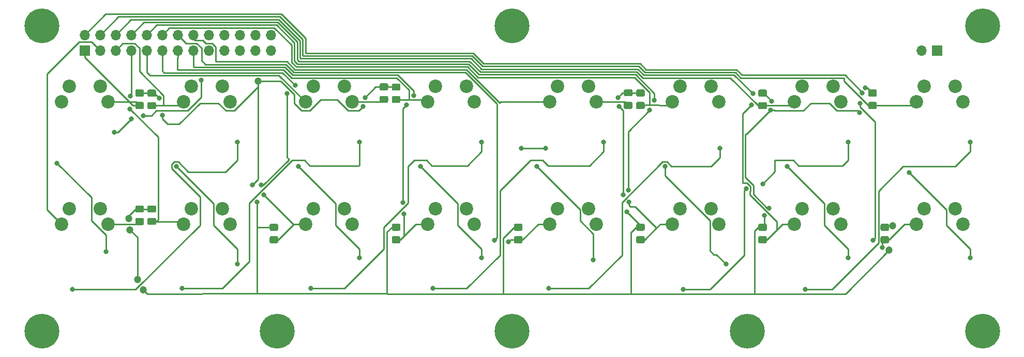
<source format=gbr>
G04 #@! TF.GenerationSoftware,KiCad,Pcbnew,(5.1.5)-3*
G04 #@! TF.CreationDate,2020-07-04T05:03:45+02:00*
G04 #@! TF.ProjectId,buttonboard,62757474-6f6e-4626-9f61-72642e6b6963,rev?*
G04 #@! TF.SameCoordinates,Original*
G04 #@! TF.FileFunction,Copper,L1,Top*
G04 #@! TF.FilePolarity,Positive*
%FSLAX46Y46*%
G04 Gerber Fmt 4.6, Leading zero omitted, Abs format (unit mm)*
G04 Created by KiCad (PCBNEW (5.1.5)-3) date 2020-07-04 05:03:45*
%MOMM*%
%LPD*%
G04 APERTURE LIST*
%ADD10C,5.700000*%
%ADD11C,2.200000*%
%ADD12C,0.100000*%
%ADD13O,1.700000X1.700000*%
%ADD14R,1.700000X1.700000*%
%ADD15C,0.800000*%
%ADD16C,1.200000*%
%ADD17C,0.250000*%
G04 APERTURE END LIST*
D10*
X198500000Y-225000000D03*
X160000000Y-225000000D03*
X121500000Y-225000000D03*
X83000000Y-225000000D03*
X237000000Y-225000000D03*
X160000000Y-175000000D03*
D11*
X107460000Y-184920000D03*
X113810000Y-187460000D03*
X112540000Y-184920000D03*
X106190000Y-187460000D03*
D10*
X237000000Y-175000000D03*
X83000000Y-175000000D03*
D11*
X147460000Y-204920000D03*
X153810000Y-207460000D03*
X152540000Y-204920000D03*
X146190000Y-207460000D03*
X187460000Y-204920000D03*
X193810000Y-207460000D03*
X192540000Y-204920000D03*
X186190000Y-207460000D03*
X167460000Y-204920000D03*
X173810000Y-207460000D03*
X172540000Y-204920000D03*
X166190000Y-207460000D03*
X207460000Y-204920000D03*
X213810000Y-207460000D03*
X212540000Y-204920000D03*
X206190000Y-207460000D03*
X227460000Y-204920000D03*
X233810000Y-207460000D03*
X232540000Y-204920000D03*
X226190000Y-207460000D03*
X227460000Y-184920000D03*
X233810000Y-187460000D03*
X232540000Y-184920000D03*
X226190000Y-187460000D03*
X207460000Y-184920000D03*
X213810000Y-187460000D03*
X212540000Y-184920000D03*
X206190000Y-187460000D03*
X187460000Y-184920000D03*
X193810000Y-187460000D03*
X192540000Y-184920000D03*
X186190000Y-187460000D03*
X167460000Y-184920000D03*
X173810000Y-187460000D03*
X172540000Y-184920000D03*
X166190000Y-187460000D03*
X147460000Y-184920000D03*
X153810000Y-187460000D03*
X152540000Y-184920000D03*
X146190000Y-187460000D03*
X127460000Y-204920000D03*
X133810000Y-207460000D03*
X132540000Y-204920000D03*
X126190000Y-207460000D03*
X127460000Y-184920000D03*
X133810000Y-187460000D03*
X132540000Y-184920000D03*
X126190000Y-187460000D03*
X107460000Y-204920000D03*
X113810000Y-207460000D03*
X112540000Y-204920000D03*
X106190000Y-207460000D03*
X87460000Y-204920000D03*
X93810000Y-207460000D03*
X92540000Y-204920000D03*
X86190000Y-207460000D03*
X87460000Y-184920000D03*
X93810000Y-187460000D03*
X92540000Y-184920000D03*
X86190000Y-187460000D03*
G04 #@! TA.AperFunction,SMDPad,CuDef*
D12*
G36*
X221474505Y-209451204D02*
G01*
X221498773Y-209454804D01*
X221522572Y-209460765D01*
X221545671Y-209469030D01*
X221567850Y-209479520D01*
X221588893Y-209492132D01*
X221608599Y-209506747D01*
X221626777Y-209523223D01*
X221643253Y-209541401D01*
X221657868Y-209561107D01*
X221670480Y-209582150D01*
X221680970Y-209604329D01*
X221689235Y-209627428D01*
X221695196Y-209651227D01*
X221698796Y-209675495D01*
X221700000Y-209699999D01*
X221700000Y-210350001D01*
X221698796Y-210374505D01*
X221695196Y-210398773D01*
X221689235Y-210422572D01*
X221680970Y-210445671D01*
X221670480Y-210467850D01*
X221657868Y-210488893D01*
X221643253Y-210508599D01*
X221626777Y-210526777D01*
X221608599Y-210543253D01*
X221588893Y-210557868D01*
X221567850Y-210570480D01*
X221545671Y-210580970D01*
X221522572Y-210589235D01*
X221498773Y-210595196D01*
X221474505Y-210598796D01*
X221450001Y-210600000D01*
X220549999Y-210600000D01*
X220525495Y-210598796D01*
X220501227Y-210595196D01*
X220477428Y-210589235D01*
X220454329Y-210580970D01*
X220432150Y-210570480D01*
X220411107Y-210557868D01*
X220391401Y-210543253D01*
X220373223Y-210526777D01*
X220356747Y-210508599D01*
X220342132Y-210488893D01*
X220329520Y-210467850D01*
X220319030Y-210445671D01*
X220310765Y-210422572D01*
X220304804Y-210398773D01*
X220301204Y-210374505D01*
X220300000Y-210350001D01*
X220300000Y-209699999D01*
X220301204Y-209675495D01*
X220304804Y-209651227D01*
X220310765Y-209627428D01*
X220319030Y-209604329D01*
X220329520Y-209582150D01*
X220342132Y-209561107D01*
X220356747Y-209541401D01*
X220373223Y-209523223D01*
X220391401Y-209506747D01*
X220411107Y-209492132D01*
X220432150Y-209479520D01*
X220454329Y-209469030D01*
X220477428Y-209460765D01*
X220501227Y-209454804D01*
X220525495Y-209451204D01*
X220549999Y-209450000D01*
X221450001Y-209450000D01*
X221474505Y-209451204D01*
G37*
G04 #@! TD.AperFunction*
G04 #@! TA.AperFunction,SMDPad,CuDef*
G36*
X221474505Y-207401204D02*
G01*
X221498773Y-207404804D01*
X221522572Y-207410765D01*
X221545671Y-207419030D01*
X221567850Y-207429520D01*
X221588893Y-207442132D01*
X221608599Y-207456747D01*
X221626777Y-207473223D01*
X221643253Y-207491401D01*
X221657868Y-207511107D01*
X221670480Y-207532150D01*
X221680970Y-207554329D01*
X221689235Y-207577428D01*
X221695196Y-207601227D01*
X221698796Y-207625495D01*
X221700000Y-207649999D01*
X221700000Y-208300001D01*
X221698796Y-208324505D01*
X221695196Y-208348773D01*
X221689235Y-208372572D01*
X221680970Y-208395671D01*
X221670480Y-208417850D01*
X221657868Y-208438893D01*
X221643253Y-208458599D01*
X221626777Y-208476777D01*
X221608599Y-208493253D01*
X221588893Y-208507868D01*
X221567850Y-208520480D01*
X221545671Y-208530970D01*
X221522572Y-208539235D01*
X221498773Y-208545196D01*
X221474505Y-208548796D01*
X221450001Y-208550000D01*
X220549999Y-208550000D01*
X220525495Y-208548796D01*
X220501227Y-208545196D01*
X220477428Y-208539235D01*
X220454329Y-208530970D01*
X220432150Y-208520480D01*
X220411107Y-208507868D01*
X220391401Y-208493253D01*
X220373223Y-208476777D01*
X220356747Y-208458599D01*
X220342132Y-208438893D01*
X220329520Y-208417850D01*
X220319030Y-208395671D01*
X220310765Y-208372572D01*
X220304804Y-208348773D01*
X220301204Y-208324505D01*
X220300000Y-208300001D01*
X220300000Y-207649999D01*
X220301204Y-207625495D01*
X220304804Y-207601227D01*
X220310765Y-207577428D01*
X220319030Y-207554329D01*
X220329520Y-207532150D01*
X220342132Y-207511107D01*
X220356747Y-207491401D01*
X220373223Y-207473223D01*
X220391401Y-207456747D01*
X220411107Y-207442132D01*
X220432150Y-207429520D01*
X220454329Y-207419030D01*
X220477428Y-207410765D01*
X220501227Y-207404804D01*
X220525495Y-207401204D01*
X220549999Y-207400000D01*
X221450001Y-207400000D01*
X221474505Y-207401204D01*
G37*
G04 #@! TD.AperFunction*
G04 #@! TA.AperFunction,SMDPad,CuDef*
G36*
X219474505Y-187451204D02*
G01*
X219498773Y-187454804D01*
X219522572Y-187460765D01*
X219545671Y-187469030D01*
X219567850Y-187479520D01*
X219588893Y-187492132D01*
X219608599Y-187506747D01*
X219626777Y-187523223D01*
X219643253Y-187541401D01*
X219657868Y-187561107D01*
X219670480Y-187582150D01*
X219680970Y-187604329D01*
X219689235Y-187627428D01*
X219695196Y-187651227D01*
X219698796Y-187675495D01*
X219700000Y-187699999D01*
X219700000Y-188350001D01*
X219698796Y-188374505D01*
X219695196Y-188398773D01*
X219689235Y-188422572D01*
X219680970Y-188445671D01*
X219670480Y-188467850D01*
X219657868Y-188488893D01*
X219643253Y-188508599D01*
X219626777Y-188526777D01*
X219608599Y-188543253D01*
X219588893Y-188557868D01*
X219567850Y-188570480D01*
X219545671Y-188580970D01*
X219522572Y-188589235D01*
X219498773Y-188595196D01*
X219474505Y-188598796D01*
X219450001Y-188600000D01*
X218549999Y-188600000D01*
X218525495Y-188598796D01*
X218501227Y-188595196D01*
X218477428Y-188589235D01*
X218454329Y-188580970D01*
X218432150Y-188570480D01*
X218411107Y-188557868D01*
X218391401Y-188543253D01*
X218373223Y-188526777D01*
X218356747Y-188508599D01*
X218342132Y-188488893D01*
X218329520Y-188467850D01*
X218319030Y-188445671D01*
X218310765Y-188422572D01*
X218304804Y-188398773D01*
X218301204Y-188374505D01*
X218300000Y-188350001D01*
X218300000Y-187699999D01*
X218301204Y-187675495D01*
X218304804Y-187651227D01*
X218310765Y-187627428D01*
X218319030Y-187604329D01*
X218329520Y-187582150D01*
X218342132Y-187561107D01*
X218356747Y-187541401D01*
X218373223Y-187523223D01*
X218391401Y-187506747D01*
X218411107Y-187492132D01*
X218432150Y-187479520D01*
X218454329Y-187469030D01*
X218477428Y-187460765D01*
X218501227Y-187454804D01*
X218525495Y-187451204D01*
X218549999Y-187450000D01*
X219450001Y-187450000D01*
X219474505Y-187451204D01*
G37*
G04 #@! TD.AperFunction*
G04 #@! TA.AperFunction,SMDPad,CuDef*
G36*
X219474505Y-185401204D02*
G01*
X219498773Y-185404804D01*
X219522572Y-185410765D01*
X219545671Y-185419030D01*
X219567850Y-185429520D01*
X219588893Y-185442132D01*
X219608599Y-185456747D01*
X219626777Y-185473223D01*
X219643253Y-185491401D01*
X219657868Y-185511107D01*
X219670480Y-185532150D01*
X219680970Y-185554329D01*
X219689235Y-185577428D01*
X219695196Y-185601227D01*
X219698796Y-185625495D01*
X219700000Y-185649999D01*
X219700000Y-186300001D01*
X219698796Y-186324505D01*
X219695196Y-186348773D01*
X219689235Y-186372572D01*
X219680970Y-186395671D01*
X219670480Y-186417850D01*
X219657868Y-186438893D01*
X219643253Y-186458599D01*
X219626777Y-186476777D01*
X219608599Y-186493253D01*
X219588893Y-186507868D01*
X219567850Y-186520480D01*
X219545671Y-186530970D01*
X219522572Y-186539235D01*
X219498773Y-186545196D01*
X219474505Y-186548796D01*
X219450001Y-186550000D01*
X218549999Y-186550000D01*
X218525495Y-186548796D01*
X218501227Y-186545196D01*
X218477428Y-186539235D01*
X218454329Y-186530970D01*
X218432150Y-186520480D01*
X218411107Y-186507868D01*
X218391401Y-186493253D01*
X218373223Y-186476777D01*
X218356747Y-186458599D01*
X218342132Y-186438893D01*
X218329520Y-186417850D01*
X218319030Y-186395671D01*
X218310765Y-186372572D01*
X218304804Y-186348773D01*
X218301204Y-186324505D01*
X218300000Y-186300001D01*
X218300000Y-185649999D01*
X218301204Y-185625495D01*
X218304804Y-185601227D01*
X218310765Y-185577428D01*
X218319030Y-185554329D01*
X218329520Y-185532150D01*
X218342132Y-185511107D01*
X218356747Y-185491401D01*
X218373223Y-185473223D01*
X218391401Y-185456747D01*
X218411107Y-185442132D01*
X218432150Y-185429520D01*
X218454329Y-185419030D01*
X218477428Y-185410765D01*
X218501227Y-185404804D01*
X218525495Y-185401204D01*
X218549999Y-185400000D01*
X219450001Y-185400000D01*
X219474505Y-185401204D01*
G37*
G04 #@! TD.AperFunction*
G04 #@! TA.AperFunction,SMDPad,CuDef*
G36*
X201474505Y-209451204D02*
G01*
X201498773Y-209454804D01*
X201522572Y-209460765D01*
X201545671Y-209469030D01*
X201567850Y-209479520D01*
X201588893Y-209492132D01*
X201608599Y-209506747D01*
X201626777Y-209523223D01*
X201643253Y-209541401D01*
X201657868Y-209561107D01*
X201670480Y-209582150D01*
X201680970Y-209604329D01*
X201689235Y-209627428D01*
X201695196Y-209651227D01*
X201698796Y-209675495D01*
X201700000Y-209699999D01*
X201700000Y-210350001D01*
X201698796Y-210374505D01*
X201695196Y-210398773D01*
X201689235Y-210422572D01*
X201680970Y-210445671D01*
X201670480Y-210467850D01*
X201657868Y-210488893D01*
X201643253Y-210508599D01*
X201626777Y-210526777D01*
X201608599Y-210543253D01*
X201588893Y-210557868D01*
X201567850Y-210570480D01*
X201545671Y-210580970D01*
X201522572Y-210589235D01*
X201498773Y-210595196D01*
X201474505Y-210598796D01*
X201450001Y-210600000D01*
X200549999Y-210600000D01*
X200525495Y-210598796D01*
X200501227Y-210595196D01*
X200477428Y-210589235D01*
X200454329Y-210580970D01*
X200432150Y-210570480D01*
X200411107Y-210557868D01*
X200391401Y-210543253D01*
X200373223Y-210526777D01*
X200356747Y-210508599D01*
X200342132Y-210488893D01*
X200329520Y-210467850D01*
X200319030Y-210445671D01*
X200310765Y-210422572D01*
X200304804Y-210398773D01*
X200301204Y-210374505D01*
X200300000Y-210350001D01*
X200300000Y-209699999D01*
X200301204Y-209675495D01*
X200304804Y-209651227D01*
X200310765Y-209627428D01*
X200319030Y-209604329D01*
X200329520Y-209582150D01*
X200342132Y-209561107D01*
X200356747Y-209541401D01*
X200373223Y-209523223D01*
X200391401Y-209506747D01*
X200411107Y-209492132D01*
X200432150Y-209479520D01*
X200454329Y-209469030D01*
X200477428Y-209460765D01*
X200501227Y-209454804D01*
X200525495Y-209451204D01*
X200549999Y-209450000D01*
X201450001Y-209450000D01*
X201474505Y-209451204D01*
G37*
G04 #@! TD.AperFunction*
G04 #@! TA.AperFunction,SMDPad,CuDef*
G36*
X201474505Y-207401204D02*
G01*
X201498773Y-207404804D01*
X201522572Y-207410765D01*
X201545671Y-207419030D01*
X201567850Y-207429520D01*
X201588893Y-207442132D01*
X201608599Y-207456747D01*
X201626777Y-207473223D01*
X201643253Y-207491401D01*
X201657868Y-207511107D01*
X201670480Y-207532150D01*
X201680970Y-207554329D01*
X201689235Y-207577428D01*
X201695196Y-207601227D01*
X201698796Y-207625495D01*
X201700000Y-207649999D01*
X201700000Y-208300001D01*
X201698796Y-208324505D01*
X201695196Y-208348773D01*
X201689235Y-208372572D01*
X201680970Y-208395671D01*
X201670480Y-208417850D01*
X201657868Y-208438893D01*
X201643253Y-208458599D01*
X201626777Y-208476777D01*
X201608599Y-208493253D01*
X201588893Y-208507868D01*
X201567850Y-208520480D01*
X201545671Y-208530970D01*
X201522572Y-208539235D01*
X201498773Y-208545196D01*
X201474505Y-208548796D01*
X201450001Y-208550000D01*
X200549999Y-208550000D01*
X200525495Y-208548796D01*
X200501227Y-208545196D01*
X200477428Y-208539235D01*
X200454329Y-208530970D01*
X200432150Y-208520480D01*
X200411107Y-208507868D01*
X200391401Y-208493253D01*
X200373223Y-208476777D01*
X200356747Y-208458599D01*
X200342132Y-208438893D01*
X200329520Y-208417850D01*
X200319030Y-208395671D01*
X200310765Y-208372572D01*
X200304804Y-208348773D01*
X200301204Y-208324505D01*
X200300000Y-208300001D01*
X200300000Y-207649999D01*
X200301204Y-207625495D01*
X200304804Y-207601227D01*
X200310765Y-207577428D01*
X200319030Y-207554329D01*
X200329520Y-207532150D01*
X200342132Y-207511107D01*
X200356747Y-207491401D01*
X200373223Y-207473223D01*
X200391401Y-207456747D01*
X200411107Y-207442132D01*
X200432150Y-207429520D01*
X200454329Y-207419030D01*
X200477428Y-207410765D01*
X200501227Y-207404804D01*
X200525495Y-207401204D01*
X200549999Y-207400000D01*
X201450001Y-207400000D01*
X201474505Y-207401204D01*
G37*
G04 #@! TD.AperFunction*
G04 #@! TA.AperFunction,SMDPad,CuDef*
G36*
X201474505Y-187476204D02*
G01*
X201498773Y-187479804D01*
X201522572Y-187485765D01*
X201545671Y-187494030D01*
X201567850Y-187504520D01*
X201588893Y-187517132D01*
X201608599Y-187531747D01*
X201626777Y-187548223D01*
X201643253Y-187566401D01*
X201657868Y-187586107D01*
X201670480Y-187607150D01*
X201680970Y-187629329D01*
X201689235Y-187652428D01*
X201695196Y-187676227D01*
X201698796Y-187700495D01*
X201700000Y-187724999D01*
X201700000Y-188375001D01*
X201698796Y-188399505D01*
X201695196Y-188423773D01*
X201689235Y-188447572D01*
X201680970Y-188470671D01*
X201670480Y-188492850D01*
X201657868Y-188513893D01*
X201643253Y-188533599D01*
X201626777Y-188551777D01*
X201608599Y-188568253D01*
X201588893Y-188582868D01*
X201567850Y-188595480D01*
X201545671Y-188605970D01*
X201522572Y-188614235D01*
X201498773Y-188620196D01*
X201474505Y-188623796D01*
X201450001Y-188625000D01*
X200549999Y-188625000D01*
X200525495Y-188623796D01*
X200501227Y-188620196D01*
X200477428Y-188614235D01*
X200454329Y-188605970D01*
X200432150Y-188595480D01*
X200411107Y-188582868D01*
X200391401Y-188568253D01*
X200373223Y-188551777D01*
X200356747Y-188533599D01*
X200342132Y-188513893D01*
X200329520Y-188492850D01*
X200319030Y-188470671D01*
X200310765Y-188447572D01*
X200304804Y-188423773D01*
X200301204Y-188399505D01*
X200300000Y-188375001D01*
X200300000Y-187724999D01*
X200301204Y-187700495D01*
X200304804Y-187676227D01*
X200310765Y-187652428D01*
X200319030Y-187629329D01*
X200329520Y-187607150D01*
X200342132Y-187586107D01*
X200356747Y-187566401D01*
X200373223Y-187548223D01*
X200391401Y-187531747D01*
X200411107Y-187517132D01*
X200432150Y-187504520D01*
X200454329Y-187494030D01*
X200477428Y-187485765D01*
X200501227Y-187479804D01*
X200525495Y-187476204D01*
X200549999Y-187475000D01*
X201450001Y-187475000D01*
X201474505Y-187476204D01*
G37*
G04 #@! TD.AperFunction*
G04 #@! TA.AperFunction,SMDPad,CuDef*
G36*
X201474505Y-185426204D02*
G01*
X201498773Y-185429804D01*
X201522572Y-185435765D01*
X201545671Y-185444030D01*
X201567850Y-185454520D01*
X201588893Y-185467132D01*
X201608599Y-185481747D01*
X201626777Y-185498223D01*
X201643253Y-185516401D01*
X201657868Y-185536107D01*
X201670480Y-185557150D01*
X201680970Y-185579329D01*
X201689235Y-185602428D01*
X201695196Y-185626227D01*
X201698796Y-185650495D01*
X201700000Y-185674999D01*
X201700000Y-186325001D01*
X201698796Y-186349505D01*
X201695196Y-186373773D01*
X201689235Y-186397572D01*
X201680970Y-186420671D01*
X201670480Y-186442850D01*
X201657868Y-186463893D01*
X201643253Y-186483599D01*
X201626777Y-186501777D01*
X201608599Y-186518253D01*
X201588893Y-186532868D01*
X201567850Y-186545480D01*
X201545671Y-186555970D01*
X201522572Y-186564235D01*
X201498773Y-186570196D01*
X201474505Y-186573796D01*
X201450001Y-186575000D01*
X200549999Y-186575000D01*
X200525495Y-186573796D01*
X200501227Y-186570196D01*
X200477428Y-186564235D01*
X200454329Y-186555970D01*
X200432150Y-186545480D01*
X200411107Y-186532868D01*
X200391401Y-186518253D01*
X200373223Y-186501777D01*
X200356747Y-186483599D01*
X200342132Y-186463893D01*
X200329520Y-186442850D01*
X200319030Y-186420671D01*
X200310765Y-186397572D01*
X200304804Y-186373773D01*
X200301204Y-186349505D01*
X200300000Y-186325001D01*
X200300000Y-185674999D01*
X200301204Y-185650495D01*
X200304804Y-185626227D01*
X200310765Y-185602428D01*
X200319030Y-185579329D01*
X200329520Y-185557150D01*
X200342132Y-185536107D01*
X200356747Y-185516401D01*
X200373223Y-185498223D01*
X200391401Y-185481747D01*
X200411107Y-185467132D01*
X200432150Y-185454520D01*
X200454329Y-185444030D01*
X200477428Y-185435765D01*
X200501227Y-185429804D01*
X200525495Y-185426204D01*
X200549999Y-185425000D01*
X201450001Y-185425000D01*
X201474505Y-185426204D01*
G37*
G04 #@! TD.AperFunction*
G04 #@! TA.AperFunction,SMDPad,CuDef*
G36*
X181474505Y-209451204D02*
G01*
X181498773Y-209454804D01*
X181522572Y-209460765D01*
X181545671Y-209469030D01*
X181567850Y-209479520D01*
X181588893Y-209492132D01*
X181608599Y-209506747D01*
X181626777Y-209523223D01*
X181643253Y-209541401D01*
X181657868Y-209561107D01*
X181670480Y-209582150D01*
X181680970Y-209604329D01*
X181689235Y-209627428D01*
X181695196Y-209651227D01*
X181698796Y-209675495D01*
X181700000Y-209699999D01*
X181700000Y-210350001D01*
X181698796Y-210374505D01*
X181695196Y-210398773D01*
X181689235Y-210422572D01*
X181680970Y-210445671D01*
X181670480Y-210467850D01*
X181657868Y-210488893D01*
X181643253Y-210508599D01*
X181626777Y-210526777D01*
X181608599Y-210543253D01*
X181588893Y-210557868D01*
X181567850Y-210570480D01*
X181545671Y-210580970D01*
X181522572Y-210589235D01*
X181498773Y-210595196D01*
X181474505Y-210598796D01*
X181450001Y-210600000D01*
X180549999Y-210600000D01*
X180525495Y-210598796D01*
X180501227Y-210595196D01*
X180477428Y-210589235D01*
X180454329Y-210580970D01*
X180432150Y-210570480D01*
X180411107Y-210557868D01*
X180391401Y-210543253D01*
X180373223Y-210526777D01*
X180356747Y-210508599D01*
X180342132Y-210488893D01*
X180329520Y-210467850D01*
X180319030Y-210445671D01*
X180310765Y-210422572D01*
X180304804Y-210398773D01*
X180301204Y-210374505D01*
X180300000Y-210350001D01*
X180300000Y-209699999D01*
X180301204Y-209675495D01*
X180304804Y-209651227D01*
X180310765Y-209627428D01*
X180319030Y-209604329D01*
X180329520Y-209582150D01*
X180342132Y-209561107D01*
X180356747Y-209541401D01*
X180373223Y-209523223D01*
X180391401Y-209506747D01*
X180411107Y-209492132D01*
X180432150Y-209479520D01*
X180454329Y-209469030D01*
X180477428Y-209460765D01*
X180501227Y-209454804D01*
X180525495Y-209451204D01*
X180549999Y-209450000D01*
X181450001Y-209450000D01*
X181474505Y-209451204D01*
G37*
G04 #@! TD.AperFunction*
G04 #@! TA.AperFunction,SMDPad,CuDef*
G36*
X181474505Y-207401204D02*
G01*
X181498773Y-207404804D01*
X181522572Y-207410765D01*
X181545671Y-207419030D01*
X181567850Y-207429520D01*
X181588893Y-207442132D01*
X181608599Y-207456747D01*
X181626777Y-207473223D01*
X181643253Y-207491401D01*
X181657868Y-207511107D01*
X181670480Y-207532150D01*
X181680970Y-207554329D01*
X181689235Y-207577428D01*
X181695196Y-207601227D01*
X181698796Y-207625495D01*
X181700000Y-207649999D01*
X181700000Y-208300001D01*
X181698796Y-208324505D01*
X181695196Y-208348773D01*
X181689235Y-208372572D01*
X181680970Y-208395671D01*
X181670480Y-208417850D01*
X181657868Y-208438893D01*
X181643253Y-208458599D01*
X181626777Y-208476777D01*
X181608599Y-208493253D01*
X181588893Y-208507868D01*
X181567850Y-208520480D01*
X181545671Y-208530970D01*
X181522572Y-208539235D01*
X181498773Y-208545196D01*
X181474505Y-208548796D01*
X181450001Y-208550000D01*
X180549999Y-208550000D01*
X180525495Y-208548796D01*
X180501227Y-208545196D01*
X180477428Y-208539235D01*
X180454329Y-208530970D01*
X180432150Y-208520480D01*
X180411107Y-208507868D01*
X180391401Y-208493253D01*
X180373223Y-208476777D01*
X180356747Y-208458599D01*
X180342132Y-208438893D01*
X180329520Y-208417850D01*
X180319030Y-208395671D01*
X180310765Y-208372572D01*
X180304804Y-208348773D01*
X180301204Y-208324505D01*
X180300000Y-208300001D01*
X180300000Y-207649999D01*
X180301204Y-207625495D01*
X180304804Y-207601227D01*
X180310765Y-207577428D01*
X180319030Y-207554329D01*
X180329520Y-207532150D01*
X180342132Y-207511107D01*
X180356747Y-207491401D01*
X180373223Y-207473223D01*
X180391401Y-207456747D01*
X180411107Y-207442132D01*
X180432150Y-207429520D01*
X180454329Y-207419030D01*
X180477428Y-207410765D01*
X180501227Y-207404804D01*
X180525495Y-207401204D01*
X180549999Y-207400000D01*
X181450001Y-207400000D01*
X181474505Y-207401204D01*
G37*
G04 #@! TD.AperFunction*
G04 #@! TA.AperFunction,SMDPad,CuDef*
G36*
X181474505Y-187451204D02*
G01*
X181498773Y-187454804D01*
X181522572Y-187460765D01*
X181545671Y-187469030D01*
X181567850Y-187479520D01*
X181588893Y-187492132D01*
X181608599Y-187506747D01*
X181626777Y-187523223D01*
X181643253Y-187541401D01*
X181657868Y-187561107D01*
X181670480Y-187582150D01*
X181680970Y-187604329D01*
X181689235Y-187627428D01*
X181695196Y-187651227D01*
X181698796Y-187675495D01*
X181700000Y-187699999D01*
X181700000Y-188350001D01*
X181698796Y-188374505D01*
X181695196Y-188398773D01*
X181689235Y-188422572D01*
X181680970Y-188445671D01*
X181670480Y-188467850D01*
X181657868Y-188488893D01*
X181643253Y-188508599D01*
X181626777Y-188526777D01*
X181608599Y-188543253D01*
X181588893Y-188557868D01*
X181567850Y-188570480D01*
X181545671Y-188580970D01*
X181522572Y-188589235D01*
X181498773Y-188595196D01*
X181474505Y-188598796D01*
X181450001Y-188600000D01*
X180549999Y-188600000D01*
X180525495Y-188598796D01*
X180501227Y-188595196D01*
X180477428Y-188589235D01*
X180454329Y-188580970D01*
X180432150Y-188570480D01*
X180411107Y-188557868D01*
X180391401Y-188543253D01*
X180373223Y-188526777D01*
X180356747Y-188508599D01*
X180342132Y-188488893D01*
X180329520Y-188467850D01*
X180319030Y-188445671D01*
X180310765Y-188422572D01*
X180304804Y-188398773D01*
X180301204Y-188374505D01*
X180300000Y-188350001D01*
X180300000Y-187699999D01*
X180301204Y-187675495D01*
X180304804Y-187651227D01*
X180310765Y-187627428D01*
X180319030Y-187604329D01*
X180329520Y-187582150D01*
X180342132Y-187561107D01*
X180356747Y-187541401D01*
X180373223Y-187523223D01*
X180391401Y-187506747D01*
X180411107Y-187492132D01*
X180432150Y-187479520D01*
X180454329Y-187469030D01*
X180477428Y-187460765D01*
X180501227Y-187454804D01*
X180525495Y-187451204D01*
X180549999Y-187450000D01*
X181450001Y-187450000D01*
X181474505Y-187451204D01*
G37*
G04 #@! TD.AperFunction*
G04 #@! TA.AperFunction,SMDPad,CuDef*
G36*
X181474505Y-185401204D02*
G01*
X181498773Y-185404804D01*
X181522572Y-185410765D01*
X181545671Y-185419030D01*
X181567850Y-185429520D01*
X181588893Y-185442132D01*
X181608599Y-185456747D01*
X181626777Y-185473223D01*
X181643253Y-185491401D01*
X181657868Y-185511107D01*
X181670480Y-185532150D01*
X181680970Y-185554329D01*
X181689235Y-185577428D01*
X181695196Y-185601227D01*
X181698796Y-185625495D01*
X181700000Y-185649999D01*
X181700000Y-186300001D01*
X181698796Y-186324505D01*
X181695196Y-186348773D01*
X181689235Y-186372572D01*
X181680970Y-186395671D01*
X181670480Y-186417850D01*
X181657868Y-186438893D01*
X181643253Y-186458599D01*
X181626777Y-186476777D01*
X181608599Y-186493253D01*
X181588893Y-186507868D01*
X181567850Y-186520480D01*
X181545671Y-186530970D01*
X181522572Y-186539235D01*
X181498773Y-186545196D01*
X181474505Y-186548796D01*
X181450001Y-186550000D01*
X180549999Y-186550000D01*
X180525495Y-186548796D01*
X180501227Y-186545196D01*
X180477428Y-186539235D01*
X180454329Y-186530970D01*
X180432150Y-186520480D01*
X180411107Y-186507868D01*
X180391401Y-186493253D01*
X180373223Y-186476777D01*
X180356747Y-186458599D01*
X180342132Y-186438893D01*
X180329520Y-186417850D01*
X180319030Y-186395671D01*
X180310765Y-186372572D01*
X180304804Y-186348773D01*
X180301204Y-186324505D01*
X180300000Y-186300001D01*
X180300000Y-185649999D01*
X180301204Y-185625495D01*
X180304804Y-185601227D01*
X180310765Y-185577428D01*
X180319030Y-185554329D01*
X180329520Y-185532150D01*
X180342132Y-185511107D01*
X180356747Y-185491401D01*
X180373223Y-185473223D01*
X180391401Y-185456747D01*
X180411107Y-185442132D01*
X180432150Y-185429520D01*
X180454329Y-185419030D01*
X180477428Y-185410765D01*
X180501227Y-185404804D01*
X180525495Y-185401204D01*
X180549999Y-185400000D01*
X181450001Y-185400000D01*
X181474505Y-185401204D01*
G37*
G04 #@! TD.AperFunction*
G04 #@! TA.AperFunction,SMDPad,CuDef*
G36*
X161474505Y-209451204D02*
G01*
X161498773Y-209454804D01*
X161522572Y-209460765D01*
X161545671Y-209469030D01*
X161567850Y-209479520D01*
X161588893Y-209492132D01*
X161608599Y-209506747D01*
X161626777Y-209523223D01*
X161643253Y-209541401D01*
X161657868Y-209561107D01*
X161670480Y-209582150D01*
X161680970Y-209604329D01*
X161689235Y-209627428D01*
X161695196Y-209651227D01*
X161698796Y-209675495D01*
X161700000Y-209699999D01*
X161700000Y-210350001D01*
X161698796Y-210374505D01*
X161695196Y-210398773D01*
X161689235Y-210422572D01*
X161680970Y-210445671D01*
X161670480Y-210467850D01*
X161657868Y-210488893D01*
X161643253Y-210508599D01*
X161626777Y-210526777D01*
X161608599Y-210543253D01*
X161588893Y-210557868D01*
X161567850Y-210570480D01*
X161545671Y-210580970D01*
X161522572Y-210589235D01*
X161498773Y-210595196D01*
X161474505Y-210598796D01*
X161450001Y-210600000D01*
X160549999Y-210600000D01*
X160525495Y-210598796D01*
X160501227Y-210595196D01*
X160477428Y-210589235D01*
X160454329Y-210580970D01*
X160432150Y-210570480D01*
X160411107Y-210557868D01*
X160391401Y-210543253D01*
X160373223Y-210526777D01*
X160356747Y-210508599D01*
X160342132Y-210488893D01*
X160329520Y-210467850D01*
X160319030Y-210445671D01*
X160310765Y-210422572D01*
X160304804Y-210398773D01*
X160301204Y-210374505D01*
X160300000Y-210350001D01*
X160300000Y-209699999D01*
X160301204Y-209675495D01*
X160304804Y-209651227D01*
X160310765Y-209627428D01*
X160319030Y-209604329D01*
X160329520Y-209582150D01*
X160342132Y-209561107D01*
X160356747Y-209541401D01*
X160373223Y-209523223D01*
X160391401Y-209506747D01*
X160411107Y-209492132D01*
X160432150Y-209479520D01*
X160454329Y-209469030D01*
X160477428Y-209460765D01*
X160501227Y-209454804D01*
X160525495Y-209451204D01*
X160549999Y-209450000D01*
X161450001Y-209450000D01*
X161474505Y-209451204D01*
G37*
G04 #@! TD.AperFunction*
G04 #@! TA.AperFunction,SMDPad,CuDef*
G36*
X161474505Y-207401204D02*
G01*
X161498773Y-207404804D01*
X161522572Y-207410765D01*
X161545671Y-207419030D01*
X161567850Y-207429520D01*
X161588893Y-207442132D01*
X161608599Y-207456747D01*
X161626777Y-207473223D01*
X161643253Y-207491401D01*
X161657868Y-207511107D01*
X161670480Y-207532150D01*
X161680970Y-207554329D01*
X161689235Y-207577428D01*
X161695196Y-207601227D01*
X161698796Y-207625495D01*
X161700000Y-207649999D01*
X161700000Y-208300001D01*
X161698796Y-208324505D01*
X161695196Y-208348773D01*
X161689235Y-208372572D01*
X161680970Y-208395671D01*
X161670480Y-208417850D01*
X161657868Y-208438893D01*
X161643253Y-208458599D01*
X161626777Y-208476777D01*
X161608599Y-208493253D01*
X161588893Y-208507868D01*
X161567850Y-208520480D01*
X161545671Y-208530970D01*
X161522572Y-208539235D01*
X161498773Y-208545196D01*
X161474505Y-208548796D01*
X161450001Y-208550000D01*
X160549999Y-208550000D01*
X160525495Y-208548796D01*
X160501227Y-208545196D01*
X160477428Y-208539235D01*
X160454329Y-208530970D01*
X160432150Y-208520480D01*
X160411107Y-208507868D01*
X160391401Y-208493253D01*
X160373223Y-208476777D01*
X160356747Y-208458599D01*
X160342132Y-208438893D01*
X160329520Y-208417850D01*
X160319030Y-208395671D01*
X160310765Y-208372572D01*
X160304804Y-208348773D01*
X160301204Y-208324505D01*
X160300000Y-208300001D01*
X160300000Y-207649999D01*
X160301204Y-207625495D01*
X160304804Y-207601227D01*
X160310765Y-207577428D01*
X160319030Y-207554329D01*
X160329520Y-207532150D01*
X160342132Y-207511107D01*
X160356747Y-207491401D01*
X160373223Y-207473223D01*
X160391401Y-207456747D01*
X160411107Y-207442132D01*
X160432150Y-207429520D01*
X160454329Y-207419030D01*
X160477428Y-207410765D01*
X160501227Y-207404804D01*
X160525495Y-207401204D01*
X160549999Y-207400000D01*
X161450001Y-207400000D01*
X161474505Y-207401204D01*
G37*
G04 #@! TD.AperFunction*
G04 #@! TA.AperFunction,SMDPad,CuDef*
G36*
X179474505Y-187426204D02*
G01*
X179498773Y-187429804D01*
X179522572Y-187435765D01*
X179545671Y-187444030D01*
X179567850Y-187454520D01*
X179588893Y-187467132D01*
X179608599Y-187481747D01*
X179626777Y-187498223D01*
X179643253Y-187516401D01*
X179657868Y-187536107D01*
X179670480Y-187557150D01*
X179680970Y-187579329D01*
X179689235Y-187602428D01*
X179695196Y-187626227D01*
X179698796Y-187650495D01*
X179700000Y-187674999D01*
X179700000Y-188325001D01*
X179698796Y-188349505D01*
X179695196Y-188373773D01*
X179689235Y-188397572D01*
X179680970Y-188420671D01*
X179670480Y-188442850D01*
X179657868Y-188463893D01*
X179643253Y-188483599D01*
X179626777Y-188501777D01*
X179608599Y-188518253D01*
X179588893Y-188532868D01*
X179567850Y-188545480D01*
X179545671Y-188555970D01*
X179522572Y-188564235D01*
X179498773Y-188570196D01*
X179474505Y-188573796D01*
X179450001Y-188575000D01*
X178549999Y-188575000D01*
X178525495Y-188573796D01*
X178501227Y-188570196D01*
X178477428Y-188564235D01*
X178454329Y-188555970D01*
X178432150Y-188545480D01*
X178411107Y-188532868D01*
X178391401Y-188518253D01*
X178373223Y-188501777D01*
X178356747Y-188483599D01*
X178342132Y-188463893D01*
X178329520Y-188442850D01*
X178319030Y-188420671D01*
X178310765Y-188397572D01*
X178304804Y-188373773D01*
X178301204Y-188349505D01*
X178300000Y-188325001D01*
X178300000Y-187674999D01*
X178301204Y-187650495D01*
X178304804Y-187626227D01*
X178310765Y-187602428D01*
X178319030Y-187579329D01*
X178329520Y-187557150D01*
X178342132Y-187536107D01*
X178356747Y-187516401D01*
X178373223Y-187498223D01*
X178391401Y-187481747D01*
X178411107Y-187467132D01*
X178432150Y-187454520D01*
X178454329Y-187444030D01*
X178477428Y-187435765D01*
X178501227Y-187429804D01*
X178525495Y-187426204D01*
X178549999Y-187425000D01*
X179450001Y-187425000D01*
X179474505Y-187426204D01*
G37*
G04 #@! TD.AperFunction*
G04 #@! TA.AperFunction,SMDPad,CuDef*
G36*
X179474505Y-185376204D02*
G01*
X179498773Y-185379804D01*
X179522572Y-185385765D01*
X179545671Y-185394030D01*
X179567850Y-185404520D01*
X179588893Y-185417132D01*
X179608599Y-185431747D01*
X179626777Y-185448223D01*
X179643253Y-185466401D01*
X179657868Y-185486107D01*
X179670480Y-185507150D01*
X179680970Y-185529329D01*
X179689235Y-185552428D01*
X179695196Y-185576227D01*
X179698796Y-185600495D01*
X179700000Y-185624999D01*
X179700000Y-186275001D01*
X179698796Y-186299505D01*
X179695196Y-186323773D01*
X179689235Y-186347572D01*
X179680970Y-186370671D01*
X179670480Y-186392850D01*
X179657868Y-186413893D01*
X179643253Y-186433599D01*
X179626777Y-186451777D01*
X179608599Y-186468253D01*
X179588893Y-186482868D01*
X179567850Y-186495480D01*
X179545671Y-186505970D01*
X179522572Y-186514235D01*
X179498773Y-186520196D01*
X179474505Y-186523796D01*
X179450001Y-186525000D01*
X178549999Y-186525000D01*
X178525495Y-186523796D01*
X178501227Y-186520196D01*
X178477428Y-186514235D01*
X178454329Y-186505970D01*
X178432150Y-186495480D01*
X178411107Y-186482868D01*
X178391401Y-186468253D01*
X178373223Y-186451777D01*
X178356747Y-186433599D01*
X178342132Y-186413893D01*
X178329520Y-186392850D01*
X178319030Y-186370671D01*
X178310765Y-186347572D01*
X178304804Y-186323773D01*
X178301204Y-186299505D01*
X178300000Y-186275001D01*
X178300000Y-185624999D01*
X178301204Y-185600495D01*
X178304804Y-185576227D01*
X178310765Y-185552428D01*
X178319030Y-185529329D01*
X178329520Y-185507150D01*
X178342132Y-185486107D01*
X178356747Y-185466401D01*
X178373223Y-185448223D01*
X178391401Y-185431747D01*
X178411107Y-185417132D01*
X178432150Y-185404520D01*
X178454329Y-185394030D01*
X178477428Y-185385765D01*
X178501227Y-185379804D01*
X178525495Y-185376204D01*
X178549999Y-185375000D01*
X179450001Y-185375000D01*
X179474505Y-185376204D01*
G37*
G04 #@! TD.AperFunction*
G04 #@! TA.AperFunction,SMDPad,CuDef*
G36*
X141474505Y-209451204D02*
G01*
X141498773Y-209454804D01*
X141522572Y-209460765D01*
X141545671Y-209469030D01*
X141567850Y-209479520D01*
X141588893Y-209492132D01*
X141608599Y-209506747D01*
X141626777Y-209523223D01*
X141643253Y-209541401D01*
X141657868Y-209561107D01*
X141670480Y-209582150D01*
X141680970Y-209604329D01*
X141689235Y-209627428D01*
X141695196Y-209651227D01*
X141698796Y-209675495D01*
X141700000Y-209699999D01*
X141700000Y-210350001D01*
X141698796Y-210374505D01*
X141695196Y-210398773D01*
X141689235Y-210422572D01*
X141680970Y-210445671D01*
X141670480Y-210467850D01*
X141657868Y-210488893D01*
X141643253Y-210508599D01*
X141626777Y-210526777D01*
X141608599Y-210543253D01*
X141588893Y-210557868D01*
X141567850Y-210570480D01*
X141545671Y-210580970D01*
X141522572Y-210589235D01*
X141498773Y-210595196D01*
X141474505Y-210598796D01*
X141450001Y-210600000D01*
X140549999Y-210600000D01*
X140525495Y-210598796D01*
X140501227Y-210595196D01*
X140477428Y-210589235D01*
X140454329Y-210580970D01*
X140432150Y-210570480D01*
X140411107Y-210557868D01*
X140391401Y-210543253D01*
X140373223Y-210526777D01*
X140356747Y-210508599D01*
X140342132Y-210488893D01*
X140329520Y-210467850D01*
X140319030Y-210445671D01*
X140310765Y-210422572D01*
X140304804Y-210398773D01*
X140301204Y-210374505D01*
X140300000Y-210350001D01*
X140300000Y-209699999D01*
X140301204Y-209675495D01*
X140304804Y-209651227D01*
X140310765Y-209627428D01*
X140319030Y-209604329D01*
X140329520Y-209582150D01*
X140342132Y-209561107D01*
X140356747Y-209541401D01*
X140373223Y-209523223D01*
X140391401Y-209506747D01*
X140411107Y-209492132D01*
X140432150Y-209479520D01*
X140454329Y-209469030D01*
X140477428Y-209460765D01*
X140501227Y-209454804D01*
X140525495Y-209451204D01*
X140549999Y-209450000D01*
X141450001Y-209450000D01*
X141474505Y-209451204D01*
G37*
G04 #@! TD.AperFunction*
G04 #@! TA.AperFunction,SMDPad,CuDef*
G36*
X141474505Y-207401204D02*
G01*
X141498773Y-207404804D01*
X141522572Y-207410765D01*
X141545671Y-207419030D01*
X141567850Y-207429520D01*
X141588893Y-207442132D01*
X141608599Y-207456747D01*
X141626777Y-207473223D01*
X141643253Y-207491401D01*
X141657868Y-207511107D01*
X141670480Y-207532150D01*
X141680970Y-207554329D01*
X141689235Y-207577428D01*
X141695196Y-207601227D01*
X141698796Y-207625495D01*
X141700000Y-207649999D01*
X141700000Y-208300001D01*
X141698796Y-208324505D01*
X141695196Y-208348773D01*
X141689235Y-208372572D01*
X141680970Y-208395671D01*
X141670480Y-208417850D01*
X141657868Y-208438893D01*
X141643253Y-208458599D01*
X141626777Y-208476777D01*
X141608599Y-208493253D01*
X141588893Y-208507868D01*
X141567850Y-208520480D01*
X141545671Y-208530970D01*
X141522572Y-208539235D01*
X141498773Y-208545196D01*
X141474505Y-208548796D01*
X141450001Y-208550000D01*
X140549999Y-208550000D01*
X140525495Y-208548796D01*
X140501227Y-208545196D01*
X140477428Y-208539235D01*
X140454329Y-208530970D01*
X140432150Y-208520480D01*
X140411107Y-208507868D01*
X140391401Y-208493253D01*
X140373223Y-208476777D01*
X140356747Y-208458599D01*
X140342132Y-208438893D01*
X140329520Y-208417850D01*
X140319030Y-208395671D01*
X140310765Y-208372572D01*
X140304804Y-208348773D01*
X140301204Y-208324505D01*
X140300000Y-208300001D01*
X140300000Y-207649999D01*
X140301204Y-207625495D01*
X140304804Y-207601227D01*
X140310765Y-207577428D01*
X140319030Y-207554329D01*
X140329520Y-207532150D01*
X140342132Y-207511107D01*
X140356747Y-207491401D01*
X140373223Y-207473223D01*
X140391401Y-207456747D01*
X140411107Y-207442132D01*
X140432150Y-207429520D01*
X140454329Y-207419030D01*
X140477428Y-207410765D01*
X140501227Y-207404804D01*
X140525495Y-207401204D01*
X140549999Y-207400000D01*
X141450001Y-207400000D01*
X141474505Y-207401204D01*
G37*
G04 #@! TD.AperFunction*
G04 #@! TA.AperFunction,SMDPad,CuDef*
G36*
X141474505Y-186476204D02*
G01*
X141498773Y-186479804D01*
X141522572Y-186485765D01*
X141545671Y-186494030D01*
X141567850Y-186504520D01*
X141588893Y-186517132D01*
X141608599Y-186531747D01*
X141626777Y-186548223D01*
X141643253Y-186566401D01*
X141657868Y-186586107D01*
X141670480Y-186607150D01*
X141680970Y-186629329D01*
X141689235Y-186652428D01*
X141695196Y-186676227D01*
X141698796Y-186700495D01*
X141700000Y-186724999D01*
X141700000Y-187375001D01*
X141698796Y-187399505D01*
X141695196Y-187423773D01*
X141689235Y-187447572D01*
X141680970Y-187470671D01*
X141670480Y-187492850D01*
X141657868Y-187513893D01*
X141643253Y-187533599D01*
X141626777Y-187551777D01*
X141608599Y-187568253D01*
X141588893Y-187582868D01*
X141567850Y-187595480D01*
X141545671Y-187605970D01*
X141522572Y-187614235D01*
X141498773Y-187620196D01*
X141474505Y-187623796D01*
X141450001Y-187625000D01*
X140549999Y-187625000D01*
X140525495Y-187623796D01*
X140501227Y-187620196D01*
X140477428Y-187614235D01*
X140454329Y-187605970D01*
X140432150Y-187595480D01*
X140411107Y-187582868D01*
X140391401Y-187568253D01*
X140373223Y-187551777D01*
X140356747Y-187533599D01*
X140342132Y-187513893D01*
X140329520Y-187492850D01*
X140319030Y-187470671D01*
X140310765Y-187447572D01*
X140304804Y-187423773D01*
X140301204Y-187399505D01*
X140300000Y-187375001D01*
X140300000Y-186724999D01*
X140301204Y-186700495D01*
X140304804Y-186676227D01*
X140310765Y-186652428D01*
X140319030Y-186629329D01*
X140329520Y-186607150D01*
X140342132Y-186586107D01*
X140356747Y-186566401D01*
X140373223Y-186548223D01*
X140391401Y-186531747D01*
X140411107Y-186517132D01*
X140432150Y-186504520D01*
X140454329Y-186494030D01*
X140477428Y-186485765D01*
X140501227Y-186479804D01*
X140525495Y-186476204D01*
X140549999Y-186475000D01*
X141450001Y-186475000D01*
X141474505Y-186476204D01*
G37*
G04 #@! TD.AperFunction*
G04 #@! TA.AperFunction,SMDPad,CuDef*
G36*
X141474505Y-184426204D02*
G01*
X141498773Y-184429804D01*
X141522572Y-184435765D01*
X141545671Y-184444030D01*
X141567850Y-184454520D01*
X141588893Y-184467132D01*
X141608599Y-184481747D01*
X141626777Y-184498223D01*
X141643253Y-184516401D01*
X141657868Y-184536107D01*
X141670480Y-184557150D01*
X141680970Y-184579329D01*
X141689235Y-184602428D01*
X141695196Y-184626227D01*
X141698796Y-184650495D01*
X141700000Y-184674999D01*
X141700000Y-185325001D01*
X141698796Y-185349505D01*
X141695196Y-185373773D01*
X141689235Y-185397572D01*
X141680970Y-185420671D01*
X141670480Y-185442850D01*
X141657868Y-185463893D01*
X141643253Y-185483599D01*
X141626777Y-185501777D01*
X141608599Y-185518253D01*
X141588893Y-185532868D01*
X141567850Y-185545480D01*
X141545671Y-185555970D01*
X141522572Y-185564235D01*
X141498773Y-185570196D01*
X141474505Y-185573796D01*
X141450001Y-185575000D01*
X140549999Y-185575000D01*
X140525495Y-185573796D01*
X140501227Y-185570196D01*
X140477428Y-185564235D01*
X140454329Y-185555970D01*
X140432150Y-185545480D01*
X140411107Y-185532868D01*
X140391401Y-185518253D01*
X140373223Y-185501777D01*
X140356747Y-185483599D01*
X140342132Y-185463893D01*
X140329520Y-185442850D01*
X140319030Y-185420671D01*
X140310765Y-185397572D01*
X140304804Y-185373773D01*
X140301204Y-185349505D01*
X140300000Y-185325001D01*
X140300000Y-184674999D01*
X140301204Y-184650495D01*
X140304804Y-184626227D01*
X140310765Y-184602428D01*
X140319030Y-184579329D01*
X140329520Y-184557150D01*
X140342132Y-184536107D01*
X140356747Y-184516401D01*
X140373223Y-184498223D01*
X140391401Y-184481747D01*
X140411107Y-184467132D01*
X140432150Y-184454520D01*
X140454329Y-184444030D01*
X140477428Y-184435765D01*
X140501227Y-184429804D01*
X140525495Y-184426204D01*
X140549999Y-184425000D01*
X141450001Y-184425000D01*
X141474505Y-184426204D01*
G37*
G04 #@! TD.AperFunction*
G04 #@! TA.AperFunction,SMDPad,CuDef*
G36*
X121474505Y-209451204D02*
G01*
X121498773Y-209454804D01*
X121522572Y-209460765D01*
X121545671Y-209469030D01*
X121567850Y-209479520D01*
X121588893Y-209492132D01*
X121608599Y-209506747D01*
X121626777Y-209523223D01*
X121643253Y-209541401D01*
X121657868Y-209561107D01*
X121670480Y-209582150D01*
X121680970Y-209604329D01*
X121689235Y-209627428D01*
X121695196Y-209651227D01*
X121698796Y-209675495D01*
X121700000Y-209699999D01*
X121700000Y-210350001D01*
X121698796Y-210374505D01*
X121695196Y-210398773D01*
X121689235Y-210422572D01*
X121680970Y-210445671D01*
X121670480Y-210467850D01*
X121657868Y-210488893D01*
X121643253Y-210508599D01*
X121626777Y-210526777D01*
X121608599Y-210543253D01*
X121588893Y-210557868D01*
X121567850Y-210570480D01*
X121545671Y-210580970D01*
X121522572Y-210589235D01*
X121498773Y-210595196D01*
X121474505Y-210598796D01*
X121450001Y-210600000D01*
X120549999Y-210600000D01*
X120525495Y-210598796D01*
X120501227Y-210595196D01*
X120477428Y-210589235D01*
X120454329Y-210580970D01*
X120432150Y-210570480D01*
X120411107Y-210557868D01*
X120391401Y-210543253D01*
X120373223Y-210526777D01*
X120356747Y-210508599D01*
X120342132Y-210488893D01*
X120329520Y-210467850D01*
X120319030Y-210445671D01*
X120310765Y-210422572D01*
X120304804Y-210398773D01*
X120301204Y-210374505D01*
X120300000Y-210350001D01*
X120300000Y-209699999D01*
X120301204Y-209675495D01*
X120304804Y-209651227D01*
X120310765Y-209627428D01*
X120319030Y-209604329D01*
X120329520Y-209582150D01*
X120342132Y-209561107D01*
X120356747Y-209541401D01*
X120373223Y-209523223D01*
X120391401Y-209506747D01*
X120411107Y-209492132D01*
X120432150Y-209479520D01*
X120454329Y-209469030D01*
X120477428Y-209460765D01*
X120501227Y-209454804D01*
X120525495Y-209451204D01*
X120549999Y-209450000D01*
X121450001Y-209450000D01*
X121474505Y-209451204D01*
G37*
G04 #@! TD.AperFunction*
G04 #@! TA.AperFunction,SMDPad,CuDef*
G36*
X121474505Y-207401204D02*
G01*
X121498773Y-207404804D01*
X121522572Y-207410765D01*
X121545671Y-207419030D01*
X121567850Y-207429520D01*
X121588893Y-207442132D01*
X121608599Y-207456747D01*
X121626777Y-207473223D01*
X121643253Y-207491401D01*
X121657868Y-207511107D01*
X121670480Y-207532150D01*
X121680970Y-207554329D01*
X121689235Y-207577428D01*
X121695196Y-207601227D01*
X121698796Y-207625495D01*
X121700000Y-207649999D01*
X121700000Y-208300001D01*
X121698796Y-208324505D01*
X121695196Y-208348773D01*
X121689235Y-208372572D01*
X121680970Y-208395671D01*
X121670480Y-208417850D01*
X121657868Y-208438893D01*
X121643253Y-208458599D01*
X121626777Y-208476777D01*
X121608599Y-208493253D01*
X121588893Y-208507868D01*
X121567850Y-208520480D01*
X121545671Y-208530970D01*
X121522572Y-208539235D01*
X121498773Y-208545196D01*
X121474505Y-208548796D01*
X121450001Y-208550000D01*
X120549999Y-208550000D01*
X120525495Y-208548796D01*
X120501227Y-208545196D01*
X120477428Y-208539235D01*
X120454329Y-208530970D01*
X120432150Y-208520480D01*
X120411107Y-208507868D01*
X120391401Y-208493253D01*
X120373223Y-208476777D01*
X120356747Y-208458599D01*
X120342132Y-208438893D01*
X120329520Y-208417850D01*
X120319030Y-208395671D01*
X120310765Y-208372572D01*
X120304804Y-208348773D01*
X120301204Y-208324505D01*
X120300000Y-208300001D01*
X120300000Y-207649999D01*
X120301204Y-207625495D01*
X120304804Y-207601227D01*
X120310765Y-207577428D01*
X120319030Y-207554329D01*
X120329520Y-207532150D01*
X120342132Y-207511107D01*
X120356747Y-207491401D01*
X120373223Y-207473223D01*
X120391401Y-207456747D01*
X120411107Y-207442132D01*
X120432150Y-207429520D01*
X120454329Y-207419030D01*
X120477428Y-207410765D01*
X120501227Y-207404804D01*
X120525495Y-207401204D01*
X120549999Y-207400000D01*
X121450001Y-207400000D01*
X121474505Y-207401204D01*
G37*
G04 #@! TD.AperFunction*
G04 #@! TA.AperFunction,SMDPad,CuDef*
G36*
X139474505Y-186451204D02*
G01*
X139498773Y-186454804D01*
X139522572Y-186460765D01*
X139545671Y-186469030D01*
X139567850Y-186479520D01*
X139588893Y-186492132D01*
X139608599Y-186506747D01*
X139626777Y-186523223D01*
X139643253Y-186541401D01*
X139657868Y-186561107D01*
X139670480Y-186582150D01*
X139680970Y-186604329D01*
X139689235Y-186627428D01*
X139695196Y-186651227D01*
X139698796Y-186675495D01*
X139700000Y-186699999D01*
X139700000Y-187350001D01*
X139698796Y-187374505D01*
X139695196Y-187398773D01*
X139689235Y-187422572D01*
X139680970Y-187445671D01*
X139670480Y-187467850D01*
X139657868Y-187488893D01*
X139643253Y-187508599D01*
X139626777Y-187526777D01*
X139608599Y-187543253D01*
X139588893Y-187557868D01*
X139567850Y-187570480D01*
X139545671Y-187580970D01*
X139522572Y-187589235D01*
X139498773Y-187595196D01*
X139474505Y-187598796D01*
X139450001Y-187600000D01*
X138549999Y-187600000D01*
X138525495Y-187598796D01*
X138501227Y-187595196D01*
X138477428Y-187589235D01*
X138454329Y-187580970D01*
X138432150Y-187570480D01*
X138411107Y-187557868D01*
X138391401Y-187543253D01*
X138373223Y-187526777D01*
X138356747Y-187508599D01*
X138342132Y-187488893D01*
X138329520Y-187467850D01*
X138319030Y-187445671D01*
X138310765Y-187422572D01*
X138304804Y-187398773D01*
X138301204Y-187374505D01*
X138300000Y-187350001D01*
X138300000Y-186699999D01*
X138301204Y-186675495D01*
X138304804Y-186651227D01*
X138310765Y-186627428D01*
X138319030Y-186604329D01*
X138329520Y-186582150D01*
X138342132Y-186561107D01*
X138356747Y-186541401D01*
X138373223Y-186523223D01*
X138391401Y-186506747D01*
X138411107Y-186492132D01*
X138432150Y-186479520D01*
X138454329Y-186469030D01*
X138477428Y-186460765D01*
X138501227Y-186454804D01*
X138525495Y-186451204D01*
X138549999Y-186450000D01*
X139450001Y-186450000D01*
X139474505Y-186451204D01*
G37*
G04 #@! TD.AperFunction*
G04 #@! TA.AperFunction,SMDPad,CuDef*
G36*
X139474505Y-184401204D02*
G01*
X139498773Y-184404804D01*
X139522572Y-184410765D01*
X139545671Y-184419030D01*
X139567850Y-184429520D01*
X139588893Y-184442132D01*
X139608599Y-184456747D01*
X139626777Y-184473223D01*
X139643253Y-184491401D01*
X139657868Y-184511107D01*
X139670480Y-184532150D01*
X139680970Y-184554329D01*
X139689235Y-184577428D01*
X139695196Y-184601227D01*
X139698796Y-184625495D01*
X139700000Y-184649999D01*
X139700000Y-185300001D01*
X139698796Y-185324505D01*
X139695196Y-185348773D01*
X139689235Y-185372572D01*
X139680970Y-185395671D01*
X139670480Y-185417850D01*
X139657868Y-185438893D01*
X139643253Y-185458599D01*
X139626777Y-185476777D01*
X139608599Y-185493253D01*
X139588893Y-185507868D01*
X139567850Y-185520480D01*
X139545671Y-185530970D01*
X139522572Y-185539235D01*
X139498773Y-185545196D01*
X139474505Y-185548796D01*
X139450001Y-185550000D01*
X138549999Y-185550000D01*
X138525495Y-185548796D01*
X138501227Y-185545196D01*
X138477428Y-185539235D01*
X138454329Y-185530970D01*
X138432150Y-185520480D01*
X138411107Y-185507868D01*
X138391401Y-185493253D01*
X138373223Y-185476777D01*
X138356747Y-185458599D01*
X138342132Y-185438893D01*
X138329520Y-185417850D01*
X138319030Y-185395671D01*
X138310765Y-185372572D01*
X138304804Y-185348773D01*
X138301204Y-185324505D01*
X138300000Y-185300001D01*
X138300000Y-184649999D01*
X138301204Y-184625495D01*
X138304804Y-184601227D01*
X138310765Y-184577428D01*
X138319030Y-184554329D01*
X138329520Y-184532150D01*
X138342132Y-184511107D01*
X138356747Y-184491401D01*
X138373223Y-184473223D01*
X138391401Y-184456747D01*
X138411107Y-184442132D01*
X138432150Y-184429520D01*
X138454329Y-184419030D01*
X138477428Y-184410765D01*
X138501227Y-184404804D01*
X138525495Y-184401204D01*
X138549999Y-184400000D01*
X139450001Y-184400000D01*
X139474505Y-184401204D01*
G37*
G04 #@! TD.AperFunction*
G04 #@! TA.AperFunction,SMDPad,CuDef*
G36*
X101474505Y-206451204D02*
G01*
X101498773Y-206454804D01*
X101522572Y-206460765D01*
X101545671Y-206469030D01*
X101567850Y-206479520D01*
X101588893Y-206492132D01*
X101608599Y-206506747D01*
X101626777Y-206523223D01*
X101643253Y-206541401D01*
X101657868Y-206561107D01*
X101670480Y-206582150D01*
X101680970Y-206604329D01*
X101689235Y-206627428D01*
X101695196Y-206651227D01*
X101698796Y-206675495D01*
X101700000Y-206699999D01*
X101700000Y-207350001D01*
X101698796Y-207374505D01*
X101695196Y-207398773D01*
X101689235Y-207422572D01*
X101680970Y-207445671D01*
X101670480Y-207467850D01*
X101657868Y-207488893D01*
X101643253Y-207508599D01*
X101626777Y-207526777D01*
X101608599Y-207543253D01*
X101588893Y-207557868D01*
X101567850Y-207570480D01*
X101545671Y-207580970D01*
X101522572Y-207589235D01*
X101498773Y-207595196D01*
X101474505Y-207598796D01*
X101450001Y-207600000D01*
X100549999Y-207600000D01*
X100525495Y-207598796D01*
X100501227Y-207595196D01*
X100477428Y-207589235D01*
X100454329Y-207580970D01*
X100432150Y-207570480D01*
X100411107Y-207557868D01*
X100391401Y-207543253D01*
X100373223Y-207526777D01*
X100356747Y-207508599D01*
X100342132Y-207488893D01*
X100329520Y-207467850D01*
X100319030Y-207445671D01*
X100310765Y-207422572D01*
X100304804Y-207398773D01*
X100301204Y-207374505D01*
X100300000Y-207350001D01*
X100300000Y-206699999D01*
X100301204Y-206675495D01*
X100304804Y-206651227D01*
X100310765Y-206627428D01*
X100319030Y-206604329D01*
X100329520Y-206582150D01*
X100342132Y-206561107D01*
X100356747Y-206541401D01*
X100373223Y-206523223D01*
X100391401Y-206506747D01*
X100411107Y-206492132D01*
X100432150Y-206479520D01*
X100454329Y-206469030D01*
X100477428Y-206460765D01*
X100501227Y-206454804D01*
X100525495Y-206451204D01*
X100549999Y-206450000D01*
X101450001Y-206450000D01*
X101474505Y-206451204D01*
G37*
G04 #@! TD.AperFunction*
G04 #@! TA.AperFunction,SMDPad,CuDef*
G36*
X101474505Y-204401204D02*
G01*
X101498773Y-204404804D01*
X101522572Y-204410765D01*
X101545671Y-204419030D01*
X101567850Y-204429520D01*
X101588893Y-204442132D01*
X101608599Y-204456747D01*
X101626777Y-204473223D01*
X101643253Y-204491401D01*
X101657868Y-204511107D01*
X101670480Y-204532150D01*
X101680970Y-204554329D01*
X101689235Y-204577428D01*
X101695196Y-204601227D01*
X101698796Y-204625495D01*
X101700000Y-204649999D01*
X101700000Y-205300001D01*
X101698796Y-205324505D01*
X101695196Y-205348773D01*
X101689235Y-205372572D01*
X101680970Y-205395671D01*
X101670480Y-205417850D01*
X101657868Y-205438893D01*
X101643253Y-205458599D01*
X101626777Y-205476777D01*
X101608599Y-205493253D01*
X101588893Y-205507868D01*
X101567850Y-205520480D01*
X101545671Y-205530970D01*
X101522572Y-205539235D01*
X101498773Y-205545196D01*
X101474505Y-205548796D01*
X101450001Y-205550000D01*
X100549999Y-205550000D01*
X100525495Y-205548796D01*
X100501227Y-205545196D01*
X100477428Y-205539235D01*
X100454329Y-205530970D01*
X100432150Y-205520480D01*
X100411107Y-205507868D01*
X100391401Y-205493253D01*
X100373223Y-205476777D01*
X100356747Y-205458599D01*
X100342132Y-205438893D01*
X100329520Y-205417850D01*
X100319030Y-205395671D01*
X100310765Y-205372572D01*
X100304804Y-205348773D01*
X100301204Y-205324505D01*
X100300000Y-205300001D01*
X100300000Y-204649999D01*
X100301204Y-204625495D01*
X100304804Y-204601227D01*
X100310765Y-204577428D01*
X100319030Y-204554329D01*
X100329520Y-204532150D01*
X100342132Y-204511107D01*
X100356747Y-204491401D01*
X100373223Y-204473223D01*
X100391401Y-204456747D01*
X100411107Y-204442132D01*
X100432150Y-204429520D01*
X100454329Y-204419030D01*
X100477428Y-204410765D01*
X100501227Y-204404804D01*
X100525495Y-204401204D01*
X100549999Y-204400000D01*
X101450001Y-204400000D01*
X101474505Y-204401204D01*
G37*
G04 #@! TD.AperFunction*
G04 #@! TA.AperFunction,SMDPad,CuDef*
G36*
X101474505Y-187476204D02*
G01*
X101498773Y-187479804D01*
X101522572Y-187485765D01*
X101545671Y-187494030D01*
X101567850Y-187504520D01*
X101588893Y-187517132D01*
X101608599Y-187531747D01*
X101626777Y-187548223D01*
X101643253Y-187566401D01*
X101657868Y-187586107D01*
X101670480Y-187607150D01*
X101680970Y-187629329D01*
X101689235Y-187652428D01*
X101695196Y-187676227D01*
X101698796Y-187700495D01*
X101700000Y-187724999D01*
X101700000Y-188375001D01*
X101698796Y-188399505D01*
X101695196Y-188423773D01*
X101689235Y-188447572D01*
X101680970Y-188470671D01*
X101670480Y-188492850D01*
X101657868Y-188513893D01*
X101643253Y-188533599D01*
X101626777Y-188551777D01*
X101608599Y-188568253D01*
X101588893Y-188582868D01*
X101567850Y-188595480D01*
X101545671Y-188605970D01*
X101522572Y-188614235D01*
X101498773Y-188620196D01*
X101474505Y-188623796D01*
X101450001Y-188625000D01*
X100549999Y-188625000D01*
X100525495Y-188623796D01*
X100501227Y-188620196D01*
X100477428Y-188614235D01*
X100454329Y-188605970D01*
X100432150Y-188595480D01*
X100411107Y-188582868D01*
X100391401Y-188568253D01*
X100373223Y-188551777D01*
X100356747Y-188533599D01*
X100342132Y-188513893D01*
X100329520Y-188492850D01*
X100319030Y-188470671D01*
X100310765Y-188447572D01*
X100304804Y-188423773D01*
X100301204Y-188399505D01*
X100300000Y-188375001D01*
X100300000Y-187724999D01*
X100301204Y-187700495D01*
X100304804Y-187676227D01*
X100310765Y-187652428D01*
X100319030Y-187629329D01*
X100329520Y-187607150D01*
X100342132Y-187586107D01*
X100356747Y-187566401D01*
X100373223Y-187548223D01*
X100391401Y-187531747D01*
X100411107Y-187517132D01*
X100432150Y-187504520D01*
X100454329Y-187494030D01*
X100477428Y-187485765D01*
X100501227Y-187479804D01*
X100525495Y-187476204D01*
X100549999Y-187475000D01*
X101450001Y-187475000D01*
X101474505Y-187476204D01*
G37*
G04 #@! TD.AperFunction*
G04 #@! TA.AperFunction,SMDPad,CuDef*
G36*
X101474505Y-185426204D02*
G01*
X101498773Y-185429804D01*
X101522572Y-185435765D01*
X101545671Y-185444030D01*
X101567850Y-185454520D01*
X101588893Y-185467132D01*
X101608599Y-185481747D01*
X101626777Y-185498223D01*
X101643253Y-185516401D01*
X101657868Y-185536107D01*
X101670480Y-185557150D01*
X101680970Y-185579329D01*
X101689235Y-185602428D01*
X101695196Y-185626227D01*
X101698796Y-185650495D01*
X101700000Y-185674999D01*
X101700000Y-186325001D01*
X101698796Y-186349505D01*
X101695196Y-186373773D01*
X101689235Y-186397572D01*
X101680970Y-186420671D01*
X101670480Y-186442850D01*
X101657868Y-186463893D01*
X101643253Y-186483599D01*
X101626777Y-186501777D01*
X101608599Y-186518253D01*
X101588893Y-186532868D01*
X101567850Y-186545480D01*
X101545671Y-186555970D01*
X101522572Y-186564235D01*
X101498773Y-186570196D01*
X101474505Y-186573796D01*
X101450001Y-186575000D01*
X100549999Y-186575000D01*
X100525495Y-186573796D01*
X100501227Y-186570196D01*
X100477428Y-186564235D01*
X100454329Y-186555970D01*
X100432150Y-186545480D01*
X100411107Y-186532868D01*
X100391401Y-186518253D01*
X100373223Y-186501777D01*
X100356747Y-186483599D01*
X100342132Y-186463893D01*
X100329520Y-186442850D01*
X100319030Y-186420671D01*
X100310765Y-186397572D01*
X100304804Y-186373773D01*
X100301204Y-186349505D01*
X100300000Y-186325001D01*
X100300000Y-185674999D01*
X100301204Y-185650495D01*
X100304804Y-185626227D01*
X100310765Y-185602428D01*
X100319030Y-185579329D01*
X100329520Y-185557150D01*
X100342132Y-185536107D01*
X100356747Y-185516401D01*
X100373223Y-185498223D01*
X100391401Y-185481747D01*
X100411107Y-185467132D01*
X100432150Y-185454520D01*
X100454329Y-185444030D01*
X100477428Y-185435765D01*
X100501227Y-185429804D01*
X100525495Y-185426204D01*
X100549999Y-185425000D01*
X101450001Y-185425000D01*
X101474505Y-185426204D01*
G37*
G04 #@! TD.AperFunction*
G04 #@! TA.AperFunction,SMDPad,CuDef*
G36*
X99474505Y-206476204D02*
G01*
X99498773Y-206479804D01*
X99522572Y-206485765D01*
X99545671Y-206494030D01*
X99567850Y-206504520D01*
X99588893Y-206517132D01*
X99608599Y-206531747D01*
X99626777Y-206548223D01*
X99643253Y-206566401D01*
X99657868Y-206586107D01*
X99670480Y-206607150D01*
X99680970Y-206629329D01*
X99689235Y-206652428D01*
X99695196Y-206676227D01*
X99698796Y-206700495D01*
X99700000Y-206724999D01*
X99700000Y-207375001D01*
X99698796Y-207399505D01*
X99695196Y-207423773D01*
X99689235Y-207447572D01*
X99680970Y-207470671D01*
X99670480Y-207492850D01*
X99657868Y-207513893D01*
X99643253Y-207533599D01*
X99626777Y-207551777D01*
X99608599Y-207568253D01*
X99588893Y-207582868D01*
X99567850Y-207595480D01*
X99545671Y-207605970D01*
X99522572Y-207614235D01*
X99498773Y-207620196D01*
X99474505Y-207623796D01*
X99450001Y-207625000D01*
X98549999Y-207625000D01*
X98525495Y-207623796D01*
X98501227Y-207620196D01*
X98477428Y-207614235D01*
X98454329Y-207605970D01*
X98432150Y-207595480D01*
X98411107Y-207582868D01*
X98391401Y-207568253D01*
X98373223Y-207551777D01*
X98356747Y-207533599D01*
X98342132Y-207513893D01*
X98329520Y-207492850D01*
X98319030Y-207470671D01*
X98310765Y-207447572D01*
X98304804Y-207423773D01*
X98301204Y-207399505D01*
X98300000Y-207375001D01*
X98300000Y-206724999D01*
X98301204Y-206700495D01*
X98304804Y-206676227D01*
X98310765Y-206652428D01*
X98319030Y-206629329D01*
X98329520Y-206607150D01*
X98342132Y-206586107D01*
X98356747Y-206566401D01*
X98373223Y-206548223D01*
X98391401Y-206531747D01*
X98411107Y-206517132D01*
X98432150Y-206504520D01*
X98454329Y-206494030D01*
X98477428Y-206485765D01*
X98501227Y-206479804D01*
X98525495Y-206476204D01*
X98549999Y-206475000D01*
X99450001Y-206475000D01*
X99474505Y-206476204D01*
G37*
G04 #@! TD.AperFunction*
G04 #@! TA.AperFunction,SMDPad,CuDef*
G36*
X99474505Y-204426204D02*
G01*
X99498773Y-204429804D01*
X99522572Y-204435765D01*
X99545671Y-204444030D01*
X99567850Y-204454520D01*
X99588893Y-204467132D01*
X99608599Y-204481747D01*
X99626777Y-204498223D01*
X99643253Y-204516401D01*
X99657868Y-204536107D01*
X99670480Y-204557150D01*
X99680970Y-204579329D01*
X99689235Y-204602428D01*
X99695196Y-204626227D01*
X99698796Y-204650495D01*
X99700000Y-204674999D01*
X99700000Y-205325001D01*
X99698796Y-205349505D01*
X99695196Y-205373773D01*
X99689235Y-205397572D01*
X99680970Y-205420671D01*
X99670480Y-205442850D01*
X99657868Y-205463893D01*
X99643253Y-205483599D01*
X99626777Y-205501777D01*
X99608599Y-205518253D01*
X99588893Y-205532868D01*
X99567850Y-205545480D01*
X99545671Y-205555970D01*
X99522572Y-205564235D01*
X99498773Y-205570196D01*
X99474505Y-205573796D01*
X99450001Y-205575000D01*
X98549999Y-205575000D01*
X98525495Y-205573796D01*
X98501227Y-205570196D01*
X98477428Y-205564235D01*
X98454329Y-205555970D01*
X98432150Y-205545480D01*
X98411107Y-205532868D01*
X98391401Y-205518253D01*
X98373223Y-205501777D01*
X98356747Y-205483599D01*
X98342132Y-205463893D01*
X98329520Y-205442850D01*
X98319030Y-205420671D01*
X98310765Y-205397572D01*
X98304804Y-205373773D01*
X98301204Y-205349505D01*
X98300000Y-205325001D01*
X98300000Y-204674999D01*
X98301204Y-204650495D01*
X98304804Y-204626227D01*
X98310765Y-204602428D01*
X98319030Y-204579329D01*
X98329520Y-204557150D01*
X98342132Y-204536107D01*
X98356747Y-204516401D01*
X98373223Y-204498223D01*
X98391401Y-204481747D01*
X98411107Y-204467132D01*
X98432150Y-204454520D01*
X98454329Y-204444030D01*
X98477428Y-204435765D01*
X98501227Y-204429804D01*
X98525495Y-204426204D01*
X98549999Y-204425000D01*
X99450001Y-204425000D01*
X99474505Y-204426204D01*
G37*
G04 #@! TD.AperFunction*
G04 #@! TA.AperFunction,SMDPad,CuDef*
G36*
X99474505Y-187451204D02*
G01*
X99498773Y-187454804D01*
X99522572Y-187460765D01*
X99545671Y-187469030D01*
X99567850Y-187479520D01*
X99588893Y-187492132D01*
X99608599Y-187506747D01*
X99626777Y-187523223D01*
X99643253Y-187541401D01*
X99657868Y-187561107D01*
X99670480Y-187582150D01*
X99680970Y-187604329D01*
X99689235Y-187627428D01*
X99695196Y-187651227D01*
X99698796Y-187675495D01*
X99700000Y-187699999D01*
X99700000Y-188350001D01*
X99698796Y-188374505D01*
X99695196Y-188398773D01*
X99689235Y-188422572D01*
X99680970Y-188445671D01*
X99670480Y-188467850D01*
X99657868Y-188488893D01*
X99643253Y-188508599D01*
X99626777Y-188526777D01*
X99608599Y-188543253D01*
X99588893Y-188557868D01*
X99567850Y-188570480D01*
X99545671Y-188580970D01*
X99522572Y-188589235D01*
X99498773Y-188595196D01*
X99474505Y-188598796D01*
X99450001Y-188600000D01*
X98549999Y-188600000D01*
X98525495Y-188598796D01*
X98501227Y-188595196D01*
X98477428Y-188589235D01*
X98454329Y-188580970D01*
X98432150Y-188570480D01*
X98411107Y-188557868D01*
X98391401Y-188543253D01*
X98373223Y-188526777D01*
X98356747Y-188508599D01*
X98342132Y-188488893D01*
X98329520Y-188467850D01*
X98319030Y-188445671D01*
X98310765Y-188422572D01*
X98304804Y-188398773D01*
X98301204Y-188374505D01*
X98300000Y-188350001D01*
X98300000Y-187699999D01*
X98301204Y-187675495D01*
X98304804Y-187651227D01*
X98310765Y-187627428D01*
X98319030Y-187604329D01*
X98329520Y-187582150D01*
X98342132Y-187561107D01*
X98356747Y-187541401D01*
X98373223Y-187523223D01*
X98391401Y-187506747D01*
X98411107Y-187492132D01*
X98432150Y-187479520D01*
X98454329Y-187469030D01*
X98477428Y-187460765D01*
X98501227Y-187454804D01*
X98525495Y-187451204D01*
X98549999Y-187450000D01*
X99450001Y-187450000D01*
X99474505Y-187451204D01*
G37*
G04 #@! TD.AperFunction*
G04 #@! TA.AperFunction,SMDPad,CuDef*
G36*
X99474505Y-185401204D02*
G01*
X99498773Y-185404804D01*
X99522572Y-185410765D01*
X99545671Y-185419030D01*
X99567850Y-185429520D01*
X99588893Y-185442132D01*
X99608599Y-185456747D01*
X99626777Y-185473223D01*
X99643253Y-185491401D01*
X99657868Y-185511107D01*
X99670480Y-185532150D01*
X99680970Y-185554329D01*
X99689235Y-185577428D01*
X99695196Y-185601227D01*
X99698796Y-185625495D01*
X99700000Y-185649999D01*
X99700000Y-186300001D01*
X99698796Y-186324505D01*
X99695196Y-186348773D01*
X99689235Y-186372572D01*
X99680970Y-186395671D01*
X99670480Y-186417850D01*
X99657868Y-186438893D01*
X99643253Y-186458599D01*
X99626777Y-186476777D01*
X99608599Y-186493253D01*
X99588893Y-186507868D01*
X99567850Y-186520480D01*
X99545671Y-186530970D01*
X99522572Y-186539235D01*
X99498773Y-186545196D01*
X99474505Y-186548796D01*
X99450001Y-186550000D01*
X98549999Y-186550000D01*
X98525495Y-186548796D01*
X98501227Y-186545196D01*
X98477428Y-186539235D01*
X98454329Y-186530970D01*
X98432150Y-186520480D01*
X98411107Y-186507868D01*
X98391401Y-186493253D01*
X98373223Y-186476777D01*
X98356747Y-186458599D01*
X98342132Y-186438893D01*
X98329520Y-186417850D01*
X98319030Y-186395671D01*
X98310765Y-186372572D01*
X98304804Y-186348773D01*
X98301204Y-186324505D01*
X98300000Y-186300001D01*
X98300000Y-185649999D01*
X98301204Y-185625495D01*
X98304804Y-185601227D01*
X98310765Y-185577428D01*
X98319030Y-185554329D01*
X98329520Y-185532150D01*
X98342132Y-185511107D01*
X98356747Y-185491401D01*
X98373223Y-185473223D01*
X98391401Y-185456747D01*
X98411107Y-185442132D01*
X98432150Y-185429520D01*
X98454329Y-185419030D01*
X98477428Y-185410765D01*
X98501227Y-185404804D01*
X98525495Y-185401204D01*
X98549999Y-185400000D01*
X99450001Y-185400000D01*
X99474505Y-185401204D01*
G37*
G04 #@! TD.AperFunction*
D13*
X120480000Y-176460000D03*
X120480000Y-179000000D03*
X117940000Y-176460000D03*
X117940000Y-179000000D03*
X115400000Y-176460000D03*
X115400000Y-179000000D03*
X112860000Y-176460000D03*
X112860000Y-179000000D03*
X110320000Y-176460000D03*
X110320000Y-179000000D03*
X107780000Y-176460000D03*
X107780000Y-179000000D03*
X105240000Y-176460000D03*
X105240000Y-179000000D03*
X102700000Y-176460000D03*
X102700000Y-179000000D03*
X100160000Y-176460000D03*
X100160000Y-179000000D03*
X97620000Y-176460000D03*
X97620000Y-179000000D03*
X95080000Y-176460000D03*
X95080000Y-179000000D03*
X92540000Y-176460000D03*
X92540000Y-179000000D03*
X90000000Y-176460000D03*
D14*
X90000000Y-179000000D03*
D13*
X227000000Y-179000000D03*
D14*
X229540000Y-179000000D03*
D15*
X165500000Y-195000000D03*
X161500000Y-195000000D03*
D16*
X97200000Y-206535000D03*
X97400000Y-208385000D03*
X98650909Y-216550909D03*
X99609057Y-218209057D03*
X221727754Y-211710092D03*
X222300000Y-207700000D03*
X118400000Y-184025000D03*
D15*
X118212653Y-203812653D03*
X117500000Y-201050000D03*
X102200000Y-186800000D03*
X102700000Y-189610001D03*
X135900000Y-186735000D03*
X135600000Y-188200000D03*
X177300000Y-186700000D03*
X177500000Y-188185000D03*
X178200000Y-202700000D03*
X178770514Y-205412029D03*
X202500000Y-187325000D03*
X202300000Y-188775000D03*
X202079810Y-204820190D03*
X201254505Y-206045495D03*
X216879352Y-189220648D03*
X217830109Y-185151820D03*
X109100000Y-183900000D03*
X99600789Y-189699211D03*
X97700000Y-190200000D03*
X94900000Y-192400000D03*
X217300153Y-185999847D03*
X216924847Y-187675153D03*
X219100000Y-210100000D03*
X220600000Y-211300000D03*
X143897389Y-186359998D03*
X142700000Y-187900000D03*
X142087347Y-203887347D03*
X142300000Y-205800000D03*
X199400000Y-186100000D03*
X199162347Y-187937653D03*
X124477653Y-184722347D03*
X118887347Y-201087347D03*
X119362653Y-202662653D03*
X123134142Y-186065858D03*
X97500000Y-186500000D03*
X97441573Y-188565301D03*
X183300000Y-187200000D03*
X182500000Y-188800000D03*
X179000846Y-201900846D03*
X179126152Y-203826152D03*
X157100000Y-210100000D03*
X159400000Y-210400000D03*
X85500000Y-197500000D03*
X93500000Y-212000000D03*
X88000000Y-218160000D03*
X115000000Y-194000000D03*
X105000000Y-198000000D03*
X115000000Y-214000000D03*
X106000000Y-218000000D03*
X135000000Y-194000000D03*
X125000000Y-198000000D03*
X135000000Y-213000000D03*
X127000000Y-218000000D03*
X155000000Y-194000000D03*
X145000000Y-198000000D03*
X155000000Y-213000000D03*
X147000000Y-218000000D03*
X175000000Y-194000000D03*
X164000000Y-198000000D03*
X173302000Y-213302000D03*
X194000000Y-195000000D03*
X166000000Y-218000000D03*
X195000000Y-214000000D03*
X185000000Y-198000000D03*
X188000000Y-218160000D03*
X215000000Y-194000000D03*
X198307340Y-201668440D03*
X201000000Y-200850000D03*
X205000000Y-198000000D03*
X215000000Y-213000000D03*
X208000000Y-218160000D03*
X235000000Y-194000000D03*
X225000000Y-199000000D03*
X235000000Y-213000000D03*
D17*
X165500000Y-195000000D02*
X161500000Y-195000000D01*
X100975000Y-185975000D02*
X101000000Y-186000000D01*
X99000000Y-185975000D02*
X100975000Y-185975000D01*
X100975000Y-205000000D02*
X101000000Y-204975000D01*
X99000000Y-205000000D02*
X100975000Y-205000000D01*
X99000000Y-205000000D02*
X98300000Y-205000000D01*
X97200000Y-206100000D02*
X97200000Y-206535000D01*
X98300000Y-205000000D02*
X97200000Y-206100000D01*
X97400000Y-208385000D02*
X98650909Y-209635909D01*
X98650909Y-209635909D02*
X98650909Y-216550909D01*
X214552845Y-218885001D02*
X221727754Y-211710092D01*
X99609057Y-218209057D02*
X100285001Y-218885001D01*
X221275000Y-207700000D02*
X221000000Y-207975000D01*
X222300000Y-207700000D02*
X221275000Y-207700000D01*
X118400000Y-184025000D02*
X118400000Y-200150000D01*
X118400000Y-200150000D02*
X117500000Y-201050000D01*
X118212653Y-218787347D02*
X118200000Y-218800000D01*
X100285001Y-218885001D02*
X118200000Y-218800000D01*
X118212653Y-207987347D02*
X118225000Y-207975000D01*
X118212653Y-207987347D02*
X118212653Y-218787347D01*
X118225000Y-207975000D02*
X121000000Y-207975000D01*
X118212653Y-203812653D02*
X118212653Y-207987347D01*
X140300000Y-207975000D02*
X141000000Y-207975000D01*
X139481227Y-218818773D02*
X139481227Y-208793773D01*
X139481227Y-208793773D02*
X140300000Y-207975000D01*
X118200000Y-218800000D02*
X139481227Y-218818773D01*
X158500000Y-209775000D02*
X158500000Y-218800000D01*
X160300000Y-207975000D02*
X158500000Y-209775000D01*
X161000000Y-207975000D02*
X160300000Y-207975000D01*
X179431741Y-208843259D02*
X180300000Y-207975000D01*
X179431741Y-218831741D02*
X179431741Y-208843259D01*
X180300000Y-207975000D02*
X181000000Y-207975000D01*
X199662421Y-208612579D02*
X200300000Y-207975000D01*
X199662421Y-218862421D02*
X199662421Y-208612579D01*
X200300000Y-207975000D02*
X201000000Y-207975000D01*
X101000000Y-186000000D02*
X101400000Y-186000000D01*
X101400000Y-186000000D02*
X102200000Y-186800000D01*
X118400000Y-184873528D02*
X118400000Y-184025000D01*
X118400000Y-184979002D02*
X118400000Y-184873528D01*
X114494001Y-188885001D02*
X118400000Y-184979002D01*
X113125999Y-188885001D02*
X114494001Y-188885001D01*
X108886927Y-187681099D02*
X111922097Y-187681099D01*
X105493725Y-191074301D02*
X108886927Y-187681099D01*
X103598615Y-191074301D02*
X105493725Y-191074301D01*
X102700000Y-190175686D02*
X103598615Y-191074301D01*
X111922097Y-187681099D02*
X113125999Y-188885001D01*
X102700000Y-189610001D02*
X102700000Y-190175686D01*
X139025000Y-185000000D02*
X139000000Y-184975000D01*
X141000000Y-185000000D02*
X139025000Y-185000000D01*
X139000000Y-184975000D02*
X137660000Y-184975000D01*
X137660000Y-184975000D02*
X135900000Y-186735000D01*
X120225000Y-184025000D02*
X118400000Y-184025000D01*
X124300000Y-186206410D02*
X122118590Y-184025000D01*
X125505999Y-188885001D02*
X124300000Y-187679002D01*
X134914999Y-188885001D02*
X133125999Y-188885001D01*
X122118590Y-184025000D02*
X120225000Y-184025000D01*
X135600000Y-188200000D02*
X134914999Y-188885001D01*
X124300000Y-187679002D02*
X124300000Y-186206410D01*
X128659002Y-187100000D02*
X126874001Y-188885001D01*
X126874001Y-188885001D02*
X125505999Y-188885001D01*
X133125999Y-188885001D02*
X131340998Y-187100000D01*
X131340998Y-187100000D02*
X128659002Y-187100000D01*
X179025000Y-185975000D02*
X179000000Y-185950000D01*
X181000000Y-185975000D02*
X179025000Y-185975000D01*
X179000000Y-185950000D02*
X178050000Y-185950000D01*
X178050000Y-185950000D02*
X177300000Y-186700000D01*
X177500000Y-188185000D02*
X178200000Y-188885000D01*
X178200000Y-188885000D02*
X178200000Y-202700000D01*
X181000000Y-207641515D02*
X181000000Y-207975000D01*
X178770514Y-205412029D02*
X181000000Y-207641515D01*
X201000000Y-186000000D02*
X201175000Y-186000000D01*
X201175000Y-186000000D02*
X202500000Y-187325000D01*
X202300000Y-188775000D02*
X198400000Y-192675000D01*
X198325000Y-192675000D02*
X198146038Y-192853962D01*
X198400000Y-192675000D02*
X198325000Y-192675000D01*
X199482351Y-201134039D02*
X199482351Y-202611626D01*
X198146038Y-192853962D02*
X198146038Y-199797726D01*
X198146038Y-199797726D02*
X199482351Y-201134039D01*
X199482351Y-202611626D02*
X201690915Y-204820190D01*
X201690915Y-204820190D02*
X202079810Y-204820190D01*
X201254505Y-207720495D02*
X201000000Y-207975000D01*
X201254505Y-206045495D02*
X201254505Y-207720495D01*
X213125999Y-188885001D02*
X216543705Y-188885001D01*
X216543705Y-188885001D02*
X216879352Y-189220648D01*
X211922097Y-187681099D02*
X213125999Y-188885001D01*
X202865685Y-188775000D02*
X202975686Y-188885001D01*
X202975686Y-188885001D02*
X207683025Y-188885001D01*
X202300000Y-188775000D02*
X202865685Y-188775000D01*
X207683025Y-188885001D02*
X208886927Y-187681099D01*
X208886927Y-187681099D02*
X211922097Y-187681099D01*
X218176820Y-185151820D02*
X219000000Y-185975000D01*
X217830109Y-185151820D02*
X218176820Y-185151820D01*
X139547455Y-218885001D02*
X214552845Y-218885001D01*
X139481227Y-218818773D02*
X139547455Y-218885001D01*
X109100000Y-186659002D02*
X106874001Y-188885001D01*
X100938979Y-189699211D02*
X99600789Y-189699211D01*
X109100000Y-183900000D02*
X109100000Y-186659002D01*
X101753189Y-188885001D02*
X100938979Y-189699211D01*
X106874001Y-188885001D02*
X101753189Y-188885001D01*
X97700000Y-190200000D02*
X95500000Y-192400000D01*
X95500000Y-192400000D02*
X94900000Y-192400000D01*
X224265000Y-207460000D02*
X224634366Y-207460000D01*
X221700000Y-210025000D02*
X224265000Y-207460000D01*
X224634366Y-207460000D02*
X226190000Y-207460000D01*
X221000000Y-210025000D02*
X221700000Y-210025000D01*
X122180593Y-173034953D02*
X126161928Y-177016288D01*
X90000000Y-176460000D02*
X93425047Y-173034953D01*
X93425047Y-173034953D02*
X122180593Y-173034953D01*
X126161928Y-177016288D02*
X126161928Y-179444916D01*
X126161928Y-179444916D02*
X153628789Y-179444917D01*
X155333825Y-181149953D02*
X180945193Y-181149953D01*
X153628789Y-179444917D02*
X155333825Y-181149953D01*
X181934011Y-182138771D02*
X196711592Y-182138772D01*
X180945193Y-181149953D02*
X181934011Y-182138771D01*
X196711592Y-182138772D02*
X197617809Y-183044989D01*
X217300153Y-185863743D02*
X217300153Y-185999847D01*
X197617809Y-183044989D02*
X214481399Y-183044989D01*
X214481399Y-183044989D02*
X217300153Y-185863743D01*
X216924847Y-188240838D02*
X219400000Y-190715991D01*
X216924847Y-187675153D02*
X216924847Y-188240838D01*
X219400000Y-190715991D02*
X219400000Y-209800000D01*
X219400000Y-209800000D02*
X219100000Y-210100000D01*
X220600000Y-210425000D02*
X221000000Y-210025000D01*
X220600000Y-211300000D02*
X220600000Y-210425000D01*
X144634366Y-207460000D02*
X146190000Y-207460000D01*
X141700000Y-210025000D02*
X144265000Y-207460000D01*
X144265000Y-207460000D02*
X144634366Y-207460000D01*
X107780000Y-179000000D02*
X107780000Y-181629971D01*
X107780000Y-181629971D02*
X107900000Y-181749971D01*
X107900000Y-181749971D02*
X122778098Y-181749972D01*
X122778098Y-181749972D02*
X124073115Y-183044989D01*
X143897389Y-185672789D02*
X143897389Y-186359998D01*
X124073115Y-183044989D02*
X141269590Y-183044990D01*
X141269590Y-183044990D02*
X143897389Y-185672789D01*
X142700000Y-187900000D02*
X142087347Y-188512653D01*
X142087347Y-188512653D02*
X142087347Y-203887347D01*
X141700000Y-210025000D02*
X141000000Y-210025000D01*
X142300000Y-209425000D02*
X141700000Y-210025000D01*
X142300000Y-205800000D02*
X142300000Y-209425000D01*
X225625000Y-188025000D02*
X226190000Y-187460000D01*
X219000000Y-188025000D02*
X225625000Y-188025000D01*
X121994192Y-173484962D02*
X125711918Y-177202688D01*
X92540000Y-176460000D02*
X95515038Y-173484962D01*
X95515038Y-173484962D02*
X121994192Y-173484962D01*
X125711918Y-177202688D02*
X125711918Y-179811918D01*
X125794925Y-179894925D02*
X153442388Y-179894926D01*
X125711918Y-179811918D02*
X125794925Y-179894925D01*
X153442388Y-179894926D02*
X155147424Y-181599962D01*
X155147424Y-181599962D02*
X180758793Y-181599963D01*
X181747610Y-182588780D02*
X196525191Y-182588781D01*
X180758793Y-181599963D02*
X181747610Y-182588780D01*
X196525191Y-182588781D02*
X197436410Y-183500000D01*
X197441411Y-183494999D02*
X214294999Y-183494999D01*
X197436410Y-183500000D02*
X197441411Y-183494999D01*
X214294999Y-184019999D02*
X218300000Y-188025000D01*
X218300000Y-188025000D02*
X219000000Y-188025000D01*
X214294999Y-183494999D02*
X214294999Y-184019999D01*
X145780000Y-187050000D02*
X146190000Y-187460000D01*
X105240000Y-180202081D02*
X105200000Y-180242081D01*
X105240000Y-179000000D02*
X105240000Y-180202081D01*
X105200000Y-180242081D02*
X105200000Y-182199980D01*
X105200000Y-182199980D02*
X122591697Y-182199981D01*
X122591697Y-182199981D02*
X123886715Y-183494999D01*
X143100000Y-185511810D02*
X143100000Y-187100000D01*
X123886715Y-183494999D02*
X141083189Y-183494999D01*
X141083189Y-183494999D02*
X143100000Y-185511810D01*
X141000000Y-187050000D02*
X143100000Y-187100000D01*
X143100000Y-187100000D02*
X145780000Y-187050000D01*
X204265000Y-207460000D02*
X204634366Y-207460000D01*
X204634366Y-207460000D02*
X206190000Y-207460000D01*
X201000000Y-210025000D02*
X201700000Y-210025000D01*
X121807791Y-173934971D02*
X125261908Y-177389088D01*
X95080000Y-176460000D02*
X97605029Y-173934971D01*
X97605029Y-173934971D02*
X121807791Y-173934971D01*
X125261908Y-180261908D02*
X125344934Y-180344934D01*
X125261908Y-177389088D02*
X125261908Y-180261908D01*
X125344934Y-180344934D02*
X153255987Y-180344935D01*
X180572392Y-182049972D02*
X181561210Y-183038790D01*
X153255987Y-180344935D02*
X154961024Y-182049972D01*
X154961024Y-182049972D02*
X180572392Y-182049972D01*
X181561210Y-183038790D02*
X196338790Y-183038790D01*
X196338790Y-183038790D02*
X199400000Y-186100000D01*
X199162347Y-187937653D02*
X197696028Y-189403972D01*
X198912653Y-202678338D02*
X203300000Y-207065685D01*
X198912653Y-202112653D02*
X198912653Y-202678338D01*
X201700000Y-210025000D02*
X203300000Y-208400000D01*
X203300000Y-207065685D02*
X203300000Y-208400000D01*
X203300000Y-208400000D02*
X204265000Y-207460000D01*
X198415874Y-200703972D02*
X199032341Y-201320439D01*
X199032341Y-201992965D02*
X198912653Y-202112653D01*
X197696028Y-200703972D02*
X198415874Y-200703972D01*
X199032341Y-201320439D02*
X199032341Y-201992965D01*
X197696028Y-189403972D02*
X197696028Y-200703972D01*
X124634366Y-207460000D02*
X126190000Y-207460000D01*
X124265000Y-207460000D02*
X124634366Y-207460000D01*
X121700000Y-210025000D02*
X124265000Y-207460000D01*
X121000000Y-210025000D02*
X121700000Y-210025000D01*
X102700000Y-179000000D02*
X102700000Y-182349990D01*
X102700000Y-182349990D02*
X103000000Y-182649990D01*
X103000000Y-182649990D02*
X122405296Y-182649990D01*
X122405296Y-182649990D02*
X124477653Y-184722347D01*
X123502347Y-196861243D02*
X119276243Y-201087347D01*
X119276243Y-201087347D02*
X118887347Y-201087347D01*
X124160000Y-207460000D02*
X126190000Y-207460000D01*
X119362653Y-202662653D02*
X124160000Y-207460000D01*
X123134142Y-196493038D02*
X123502347Y-196861243D01*
X123134142Y-186065858D02*
X123134142Y-196493038D01*
X205600000Y-188050000D02*
X206190000Y-187460000D01*
X201000000Y-188050000D02*
X205600000Y-188050000D01*
X121621390Y-174384980D02*
X124811898Y-177575488D01*
X97620000Y-176460000D02*
X99695021Y-174384979D01*
X99695021Y-174384979D02*
X121621390Y-174384980D01*
X124811898Y-180551712D02*
X125055129Y-180794943D01*
X124811898Y-177575488D02*
X124811898Y-180551712D01*
X125055129Y-180794943D02*
X153069586Y-180794944D01*
X153069586Y-180794944D02*
X154774623Y-182499981D01*
X154774623Y-182499981D02*
X180385992Y-182499982D01*
X195744999Y-183494999D02*
X200300000Y-188050000D01*
X200300000Y-188050000D02*
X201000000Y-188050000D01*
X181381009Y-183494999D02*
X195744999Y-183494999D01*
X180385992Y-182499982D02*
X181381009Y-183494999D01*
X105755000Y-207025000D02*
X106190000Y-207460000D01*
X101000000Y-207025000D02*
X105755000Y-207025000D01*
X97620000Y-179000000D02*
X97620000Y-186380000D01*
X97620000Y-186380000D02*
X97500000Y-186500000D01*
X102025010Y-193148738D02*
X102025010Y-206699990D01*
X101700000Y-207025000D02*
X101000000Y-207025000D01*
X102025010Y-206699990D02*
X101700000Y-207025000D01*
X97441573Y-188565301D02*
X102025010Y-193148738D01*
X184265000Y-207460000D02*
X184634366Y-207460000D01*
X184634366Y-207460000D02*
X186190000Y-207460000D01*
X181000000Y-210025000D02*
X181700000Y-210025000D01*
X101785011Y-174834989D02*
X121434989Y-174834989D01*
X100160000Y-176460000D02*
X101785011Y-174834989D01*
X121434989Y-174834989D02*
X124350010Y-177750010D01*
X124350010Y-177750010D02*
X124361888Y-177761888D01*
X124400000Y-180776224D02*
X124400000Y-180826234D01*
X124361888Y-177761888D02*
X124361888Y-180738112D01*
X124361888Y-180738112D02*
X124400000Y-180776224D01*
X124818718Y-181244952D02*
X152883185Y-181244953D01*
X124400000Y-180826234D02*
X124818718Y-181244952D01*
X152883185Y-181244953D02*
X154588222Y-182949990D01*
X183300000Y-186050400D02*
X183300000Y-187200000D01*
X154588222Y-182949990D02*
X180199591Y-182949991D01*
X180199591Y-182949991D02*
X183300000Y-186050400D01*
X182500000Y-188800000D02*
X179000846Y-192299154D01*
X179000846Y-192299154D02*
X179000846Y-201900846D01*
X179126152Y-204391837D02*
X179334315Y-204600000D01*
X179126152Y-203826152D02*
X179126152Y-204391837D01*
X180100000Y-204600000D02*
X183600000Y-208100000D01*
X179334315Y-204600000D02*
X180100000Y-204600000D01*
X181700000Y-210025000D02*
X183600000Y-208100000D01*
X183600000Y-208100000D02*
X184265000Y-207460000D01*
X185625000Y-188025000D02*
X186190000Y-187460000D01*
X182500000Y-185886810D02*
X182500000Y-187900000D01*
X121044001Y-175284999D02*
X123900000Y-178140998D01*
X103875001Y-175284999D02*
X121044001Y-175284999D01*
X182500000Y-187900000D02*
X185625000Y-188025000D01*
X154401822Y-183400000D02*
X180013190Y-183400000D01*
X181000000Y-188025000D02*
X182500000Y-187900000D01*
X123900000Y-178140998D02*
X123900000Y-180962644D01*
X180013190Y-183400000D02*
X182500000Y-185886810D01*
X123900000Y-180962644D02*
X124632317Y-181694961D01*
X102700000Y-176460000D02*
X103875001Y-175284999D01*
X124632317Y-181694961D02*
X152696784Y-181694962D01*
X152696784Y-181694962D02*
X154401822Y-183400000D01*
X105600000Y-188050000D02*
X106190000Y-187460000D01*
X102950000Y-186361810D02*
X102950000Y-188050000D01*
X98184001Y-177824999D02*
X98984999Y-178625997D01*
X98984999Y-182396809D02*
X102950000Y-186361810D01*
X96255001Y-177824999D02*
X98184001Y-177824999D01*
X95080000Y-179000000D02*
X96255001Y-177824999D01*
X98984999Y-178625997D02*
X98984999Y-182396809D01*
X101000000Y-188050000D02*
X102950000Y-188050000D01*
X102950000Y-188050000D02*
X105600000Y-188050000D01*
X164265000Y-207460000D02*
X164634366Y-207460000D01*
X161700000Y-210025000D02*
X164265000Y-207460000D01*
X164634366Y-207460000D02*
X166190000Y-207460000D01*
X161000000Y-210025000D02*
X161700000Y-210025000D01*
X109144999Y-180644999D02*
X109799962Y-181299962D01*
X109144999Y-178625997D02*
X109144999Y-180644999D01*
X105240000Y-176460000D02*
X106604999Y-177824999D01*
X108344001Y-177824999D02*
X109144999Y-178625997D01*
X106604999Y-177824999D02*
X108344001Y-177824999D01*
X109799962Y-181299962D02*
X122964499Y-181299963D01*
X122964499Y-181299963D02*
X124259516Y-182594980D01*
X152323982Y-182594980D02*
X157500000Y-187770998D01*
X124259516Y-182594980D02*
X152323982Y-182594980D01*
X157500000Y-187770998D02*
X157500000Y-209700000D01*
X157500000Y-209700000D02*
X157100000Y-210100000D01*
X160625000Y-210400000D02*
X161000000Y-210025000D01*
X159775000Y-210025000D02*
X159400000Y-210400000D01*
X161000000Y-210025000D02*
X159775000Y-210025000D01*
X98590000Y-207460000D02*
X99000000Y-207050000D01*
X93810000Y-207460000D02*
X98590000Y-207460000D01*
X85090001Y-206360001D02*
X86190000Y-207460000D01*
X83845699Y-205115699D02*
X85090001Y-206360001D01*
X83845699Y-182869299D02*
X83845699Y-205115699D01*
X89079997Y-177635001D02*
X83845699Y-182869299D01*
X91175001Y-177635001D02*
X89079997Y-177635001D01*
X92540000Y-179000000D02*
X91175001Y-177635001D01*
X110884001Y-177824999D02*
X111500000Y-178440998D01*
X107780000Y-177080000D02*
X108074989Y-177374989D01*
X107780000Y-176460000D02*
X107780000Y-177080000D01*
X111500000Y-178440998D02*
X111500000Y-180849953D01*
X109374989Y-177374989D02*
X109824999Y-177824999D01*
X108074989Y-177374989D02*
X109374989Y-177374989D01*
X109824999Y-177824999D02*
X110884001Y-177824999D01*
X111500000Y-180849953D02*
X123150900Y-180849954D01*
X123150900Y-180849954D02*
X124445916Y-182144970D01*
X152510383Y-182144971D02*
X157950009Y-187584597D01*
X124445916Y-182144970D02*
X152510383Y-182144971D01*
X158074606Y-187460000D02*
X166190000Y-187460000D01*
X157950009Y-187584597D02*
X158074606Y-187460000D01*
X178460000Y-187460000D02*
X179000000Y-188000000D01*
X173810000Y-187460000D02*
X178460000Y-187460000D01*
X98435000Y-187460000D02*
X99000000Y-188025000D01*
X93810000Y-187460000D02*
X98435000Y-187460000D01*
X90000000Y-180100000D02*
X90000000Y-179000000D01*
X97925000Y-188025000D02*
X90000000Y-180100000D01*
X99000000Y-188025000D02*
X97925000Y-188025000D01*
X138565000Y-187460000D02*
X139000000Y-187025000D01*
X133810000Y-187460000D02*
X138565000Y-187460000D01*
X100160000Y-179000000D02*
X100160000Y-182560000D01*
X100160000Y-182560000D02*
X100700000Y-183100000D01*
X121830000Y-183100000D02*
X126190000Y-187460000D01*
X100700000Y-183100000D02*
X121830000Y-183100000D01*
X93500000Y-209259002D02*
X93500000Y-212000000D01*
X91114999Y-206874001D02*
X93500000Y-209259002D01*
X85500000Y-197500000D02*
X91114999Y-203114999D01*
X91114999Y-203114999D02*
X91114999Y-206874001D01*
X104651999Y-197274999D02*
X105348001Y-197274999D01*
X104274999Y-197651999D02*
X104651999Y-197274999D01*
X98349966Y-218160000D02*
X108885001Y-207624965D01*
X88000000Y-218160000D02*
X98349966Y-218160000D01*
X104274999Y-198348001D02*
X104274999Y-197651999D01*
X108885001Y-207624965D02*
X108885001Y-202958003D01*
X105348001Y-197274999D02*
X107000000Y-198926998D01*
X108885001Y-202958003D02*
X104274999Y-198348001D01*
X107000000Y-198926998D02*
X113073002Y-198926998D01*
X113073002Y-198926998D02*
X115000000Y-197000000D01*
X115000000Y-197000000D02*
X115000000Y-194000000D01*
X111113073Y-207681099D02*
X115000000Y-211568026D01*
X105000000Y-198000000D02*
X111113073Y-204113073D01*
X115000000Y-211568026D02*
X115000000Y-214000000D01*
X111113073Y-204113073D02*
X111113073Y-207681099D01*
X135000000Y-197770020D02*
X135000000Y-194000000D01*
X134885010Y-197885010D02*
X135000000Y-197770020D01*
X126000000Y-197000000D02*
X126885010Y-197885010D01*
X112544486Y-218000000D02*
X117000000Y-213544486D01*
X117000000Y-213544486D02*
X117000000Y-204000000D01*
X117000000Y-204000000D02*
X124000000Y-197000000D01*
X126885010Y-197885010D02*
X134885010Y-197885010D01*
X106000000Y-218000000D02*
X112544486Y-218000000D01*
X124000000Y-197000000D02*
X126000000Y-197000000D01*
X135000000Y-211568026D02*
X135000000Y-213000000D01*
X125000000Y-198000000D02*
X131113073Y-204113073D01*
X131113073Y-207681099D02*
X135000000Y-211568026D01*
X131113073Y-204113073D02*
X131113073Y-207681099D01*
X127000000Y-218000000D02*
X132544486Y-218000000D01*
X132544486Y-218000000D02*
X139000000Y-211544486D01*
X139000000Y-211544486D02*
X139000000Y-208000000D01*
X139000000Y-208000000D02*
X143000000Y-204000000D01*
X143000000Y-204000000D02*
X143000000Y-198000000D01*
X143000000Y-198000000D02*
X144000000Y-197000000D01*
X144000000Y-197000000D02*
X146000000Y-197000000D01*
X152659476Y-197885010D02*
X155000000Y-195544486D01*
X146000000Y-197000000D02*
X146885010Y-197885010D01*
X155000000Y-195544486D02*
X155000000Y-194000000D01*
X146885010Y-197885010D02*
X152659476Y-197885010D01*
X155000000Y-211568026D02*
X155000000Y-213000000D01*
X151113073Y-207681099D02*
X155000000Y-211568026D01*
X145000000Y-198000000D02*
X151113073Y-204113073D01*
X151113073Y-204113073D02*
X151113073Y-207681099D01*
X152544486Y-218000000D02*
X158000000Y-212544486D01*
X147000000Y-218000000D02*
X152544486Y-218000000D01*
X158000000Y-212544486D02*
X158000000Y-209386810D01*
X158000000Y-209386810D02*
X158000000Y-202000000D01*
X158000000Y-202000000D02*
X163000000Y-197000000D01*
X163000000Y-197000000D02*
X165000000Y-197000000D01*
X175000000Y-195544486D02*
X175000000Y-194000000D01*
X172659476Y-197885010D02*
X175000000Y-195544486D01*
X165000000Y-197000000D02*
X165885010Y-197885010D01*
X165885010Y-197885010D02*
X172659476Y-197885010D01*
X173302000Y-209061002D02*
X173302000Y-213302000D01*
X171114999Y-206874001D02*
X173302000Y-209061002D01*
X171114999Y-205114999D02*
X171114999Y-206874001D01*
X164000000Y-198000000D02*
X171114999Y-205114999D01*
X194000000Y-196544486D02*
X192544486Y-198000000D01*
X194000000Y-195000000D02*
X194000000Y-196544486D01*
X184651999Y-197274999D02*
X178000000Y-203926998D01*
X185348001Y-197274999D02*
X184651999Y-197274999D01*
X192544486Y-198000000D02*
X186073002Y-198000000D01*
X186073002Y-198000000D02*
X185348001Y-197274999D01*
X172544486Y-218000000D02*
X166000000Y-218000000D01*
X178000000Y-203926998D02*
X178000000Y-212544486D01*
X178000000Y-212544486D02*
X172544486Y-218000000D01*
X185000000Y-199489002D02*
X192384999Y-206874001D01*
X192384999Y-206874001D02*
X192384999Y-211840513D01*
X185000000Y-198000000D02*
X185000000Y-199489002D01*
X193000000Y-212455514D02*
X193455514Y-212455514D01*
X193455514Y-212455514D02*
X195000000Y-214000000D01*
X192384999Y-211840513D02*
X193000000Y-212455514D01*
X192384486Y-218160000D02*
X198000000Y-212544486D01*
X188000000Y-218160000D02*
X192384486Y-218160000D01*
X198000000Y-212544486D02*
X198000000Y-202000000D01*
X203000000Y-197000000D02*
X206000000Y-197000000D01*
X206885010Y-197885010D02*
X214114990Y-197885010D01*
X206000000Y-197000000D02*
X206885010Y-197885010D01*
X214114990Y-197885010D02*
X215000000Y-197000000D01*
X215000000Y-197000000D02*
X215000000Y-194000000D01*
X198000000Y-202000000D02*
X198000000Y-201975780D01*
X198000000Y-201975780D02*
X198307340Y-201668440D01*
X203000000Y-198850000D02*
X203000000Y-197000000D01*
X201000000Y-200850000D02*
X203000000Y-198850000D01*
X215000000Y-211568026D02*
X215000000Y-213000000D01*
X211113073Y-207681099D02*
X215000000Y-211568026D01*
X205000000Y-198000000D02*
X211113073Y-204113073D01*
X211113073Y-204113073D02*
X211113073Y-207681099D01*
X219974990Y-210569496D02*
X219974990Y-202025010D01*
X208000000Y-218160000D02*
X212384486Y-218160000D01*
X212384486Y-218160000D02*
X219974990Y-210569496D01*
X219974990Y-202025010D02*
X224000000Y-198000000D01*
X235000000Y-195544486D02*
X235000000Y-194000000D01*
X224000000Y-198000000D02*
X232544486Y-198000000D01*
X232544486Y-198000000D02*
X235000000Y-195544486D01*
X231113073Y-207681099D02*
X235000000Y-211568026D01*
X235000000Y-211568026D02*
X235000000Y-213000000D01*
X225000000Y-199000000D02*
X231113073Y-205113073D01*
X231113073Y-205113073D02*
X231113073Y-207681099D01*
M02*

</source>
